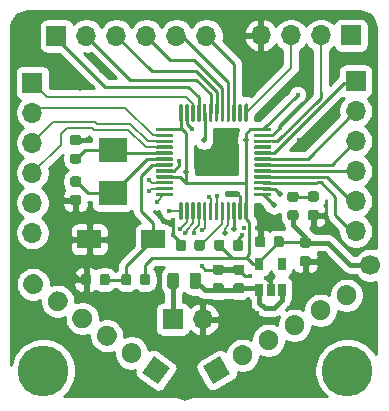
<source format=gbr>
%TF.GenerationSoftware,KiCad,Pcbnew,(5.1.6)-1*%
%TF.CreationDate,2020-11-24T16:57:48+08:00*%
%TF.ProjectId,BCG_mini_c8t6,4243475f-6d69-46e6-995f-633874362e6b,rev?*%
%TF.SameCoordinates,Original*%
%TF.FileFunction,Copper,L1,Top*%
%TF.FilePolarity,Positive*%
%FSLAX46Y46*%
G04 Gerber Fmt 4.6, Leading zero omitted, Abs format (unit mm)*
G04 Created by KiCad (PCBNEW (5.1.6)-1) date 2020-11-24 16:57:48*
%MOMM*%
%LPD*%
G01*
G04 APERTURE LIST*
%TA.AperFunction,ComponentPad*%
%ADD10O,1.700000X1.700000*%
%TD*%
%TA.AperFunction,ComponentPad*%
%ADD11R,1.700000X1.700000*%
%TD*%
%TA.AperFunction,ComponentPad*%
%ADD12C,0.100000*%
%TD*%
%TA.AperFunction,SMDPad,CuDef*%
%ADD13R,2.000000X1.600000*%
%TD*%
%TA.AperFunction,SMDPad,CuDef*%
%ADD14R,0.650000X1.060000*%
%TD*%
%TA.AperFunction,SMDPad,CuDef*%
%ADD15R,2.400000X2.000000*%
%TD*%
%TA.AperFunction,ViaPad*%
%ADD16C,4.300000*%
%TD*%
%TA.AperFunction,ViaPad*%
%ADD17C,1.700000*%
%TD*%
%TA.AperFunction,ViaPad*%
%ADD18C,0.381000*%
%TD*%
%TA.AperFunction,ViaPad*%
%ADD19C,0.800000*%
%TD*%
%TA.AperFunction,ViaPad*%
%ADD20C,0.508000*%
%TD*%
%TA.AperFunction,Conductor*%
%ADD21C,0.254000*%
%TD*%
%TA.AperFunction,Conductor*%
%ADD22C,0.381000*%
%TD*%
%TA.AperFunction,Conductor*%
%ADD23C,0.203200*%
%TD*%
G04 APERTURE END LIST*
D10*
%TO.P,J5,6*%
%TO.N,/PB14*%
X149961600Y-106781600D03*
%TO.P,J5,5*%
%TO.N,/PB15*%
X149961600Y-104241600D03*
%TO.P,J5,4*%
%TO.N,/PA8*%
X149961600Y-101701600D03*
%TO.P,J5,3*%
%TO.N,/PA9*%
X149961600Y-99161600D03*
%TO.P,J5,2*%
%TO.N,/PA10*%
X149961600Y-96621600D03*
D11*
%TO.P,J5,1*%
%TO.N,/PA11*%
X149961600Y-94081600D03*
%TD*%
%TO.P,C3,2*%
%TO.N,GND*%
%TA.AperFunction,SMDPad,CuDef*%
G36*
G01*
X127564400Y-110640150D02*
X127564400Y-111152650D01*
G75*
G02*
X127345650Y-111371400I-218750J0D01*
G01*
X126908150Y-111371400D01*
G75*
G02*
X126689400Y-111152650I0J218750D01*
G01*
X126689400Y-110640150D01*
G75*
G02*
X126908150Y-110421400I218750J0D01*
G01*
X127345650Y-110421400D01*
G75*
G02*
X127564400Y-110640150I0J-218750D01*
G01*
G37*
%TD.AperFunction*%
%TO.P,C3,1*%
%TO.N,/NRST*%
%TA.AperFunction,SMDPad,CuDef*%
G36*
G01*
X129139400Y-110640150D02*
X129139400Y-111152650D01*
G75*
G02*
X128920650Y-111371400I-218750J0D01*
G01*
X128483150Y-111371400D01*
G75*
G02*
X128264400Y-111152650I0J218750D01*
G01*
X128264400Y-110640150D01*
G75*
G02*
X128483150Y-110421400I218750J0D01*
G01*
X128920650Y-110421400D01*
G75*
G02*
X129139400Y-110640150I0J-218750D01*
G01*
G37*
%TD.AperFunction*%
%TD*%
%TO.P,C4,1*%
%TO.N,GND*%
%TA.AperFunction,SMDPad,CuDef*%
G36*
G01*
X140417000Y-107744550D02*
X140417000Y-108257050D01*
G75*
G02*
X140198250Y-108475800I-218750J0D01*
G01*
X139760750Y-108475800D01*
G75*
G02*
X139542000Y-108257050I0J218750D01*
G01*
X139542000Y-107744550D01*
G75*
G02*
X139760750Y-107525800I218750J0D01*
G01*
X140198250Y-107525800D01*
G75*
G02*
X140417000Y-107744550I0J-218750D01*
G01*
G37*
%TD.AperFunction*%
%TO.P,C4,2*%
%TO.N,+3V3*%
%TA.AperFunction,SMDPad,CuDef*%
G36*
G01*
X138842000Y-107744550D02*
X138842000Y-108257050D01*
G75*
G02*
X138623250Y-108475800I-218750J0D01*
G01*
X138185750Y-108475800D01*
G75*
G02*
X137967000Y-108257050I0J218750D01*
G01*
X137967000Y-107744550D01*
G75*
G02*
X138185750Y-107525800I218750J0D01*
G01*
X138623250Y-107525800D01*
G75*
G02*
X138842000Y-107744550I0J-218750D01*
G01*
G37*
%TD.AperFunction*%
%TD*%
%TO.P,C5,2*%
%TO.N,GND*%
%TA.AperFunction,SMDPad,CuDef*%
G36*
G01*
X126494250Y-99522800D02*
X125981750Y-99522800D01*
G75*
G02*
X125763000Y-99304050I0J218750D01*
G01*
X125763000Y-98866550D01*
G75*
G02*
X125981750Y-98647800I218750J0D01*
G01*
X126494250Y-98647800D01*
G75*
G02*
X126713000Y-98866550I0J-218750D01*
G01*
X126713000Y-99304050D01*
G75*
G02*
X126494250Y-99522800I-218750J0D01*
G01*
G37*
%TD.AperFunction*%
%TO.P,C5,1*%
%TO.N,Net-(C5-Pad1)*%
%TA.AperFunction,SMDPad,CuDef*%
G36*
G01*
X126494250Y-101097800D02*
X125981750Y-101097800D01*
G75*
G02*
X125763000Y-100879050I0J218750D01*
G01*
X125763000Y-100441550D01*
G75*
G02*
X125981750Y-100222800I218750J0D01*
G01*
X126494250Y-100222800D01*
G75*
G02*
X126713000Y-100441550I0J-218750D01*
G01*
X126713000Y-100879050D01*
G75*
G02*
X126494250Y-101097800I-218750J0D01*
G01*
G37*
%TD.AperFunction*%
%TD*%
%TO.P,C6,1*%
%TO.N,Net-(C6-Pad1)*%
%TA.AperFunction,SMDPad,CuDef*%
G36*
G01*
X125981750Y-102153000D02*
X126494250Y-102153000D01*
G75*
G02*
X126713000Y-102371750I0J-218750D01*
G01*
X126713000Y-102809250D01*
G75*
G02*
X126494250Y-103028000I-218750J0D01*
G01*
X125981750Y-103028000D01*
G75*
G02*
X125763000Y-102809250I0J218750D01*
G01*
X125763000Y-102371750D01*
G75*
G02*
X125981750Y-102153000I218750J0D01*
G01*
G37*
%TD.AperFunction*%
%TO.P,C6,2*%
%TO.N,GND*%
%TA.AperFunction,SMDPad,CuDef*%
G36*
G01*
X125981750Y-103728000D02*
X126494250Y-103728000D01*
G75*
G02*
X126713000Y-103946750I0J-218750D01*
G01*
X126713000Y-104384250D01*
G75*
G02*
X126494250Y-104603000I-218750J0D01*
G01*
X125981750Y-104603000D01*
G75*
G02*
X125763000Y-104384250I0J218750D01*
G01*
X125763000Y-103946750D01*
G75*
G02*
X125981750Y-103728000I218750J0D01*
G01*
G37*
%TD.AperFunction*%
%TD*%
%TO.P,C7,1*%
%TO.N,GND*%
%TA.AperFunction,SMDPad,CuDef*%
G36*
G01*
X139799350Y-109620600D02*
X140311850Y-109620600D01*
G75*
G02*
X140530600Y-109839350I0J-218750D01*
G01*
X140530600Y-110276850D01*
G75*
G02*
X140311850Y-110495600I-218750J0D01*
G01*
X139799350Y-110495600D01*
G75*
G02*
X139580600Y-110276850I0J218750D01*
G01*
X139580600Y-109839350D01*
G75*
G02*
X139799350Y-109620600I218750J0D01*
G01*
G37*
%TD.AperFunction*%
%TO.P,C7,2*%
%TO.N,+BATT*%
%TA.AperFunction,SMDPad,CuDef*%
G36*
G01*
X139799350Y-111195600D02*
X140311850Y-111195600D01*
G75*
G02*
X140530600Y-111414350I0J-218750D01*
G01*
X140530600Y-111851850D01*
G75*
G02*
X140311850Y-112070600I-218750J0D01*
G01*
X139799350Y-112070600D01*
G75*
G02*
X139580600Y-111851850I0J218750D01*
G01*
X139580600Y-111414350D01*
G75*
G02*
X139799350Y-111195600I218750J0D01*
G01*
G37*
%TD.AperFunction*%
%TD*%
%TO.P,C8,2*%
%TO.N,+BATT*%
%TA.AperFunction,SMDPad,CuDef*%
G36*
G01*
X138072150Y-111195600D02*
X138584650Y-111195600D01*
G75*
G02*
X138803400Y-111414350I0J-218750D01*
G01*
X138803400Y-111851850D01*
G75*
G02*
X138584650Y-112070600I-218750J0D01*
G01*
X138072150Y-112070600D01*
G75*
G02*
X137853400Y-111851850I0J218750D01*
G01*
X137853400Y-111414350D01*
G75*
G02*
X138072150Y-111195600I218750J0D01*
G01*
G37*
%TD.AperFunction*%
%TO.P,C8,1*%
%TO.N,GND*%
%TA.AperFunction,SMDPad,CuDef*%
G36*
G01*
X138072150Y-109620600D02*
X138584650Y-109620600D01*
G75*
G02*
X138803400Y-109839350I0J-218750D01*
G01*
X138803400Y-110276850D01*
G75*
G02*
X138584650Y-110495600I-218750J0D01*
G01*
X138072150Y-110495600D01*
G75*
G02*
X137853400Y-110276850I0J218750D01*
G01*
X137853400Y-109839350D01*
G75*
G02*
X138072150Y-109620600I218750J0D01*
G01*
G37*
%TD.AperFunction*%
%TD*%
%TO.P,C9,2*%
%TO.N,+3V3*%
%TA.AperFunction,SMDPad,CuDef*%
G36*
G01*
X142996400Y-107952250D02*
X142996400Y-107439750D01*
G75*
G02*
X143215150Y-107221000I218750J0D01*
G01*
X143652650Y-107221000D01*
G75*
G02*
X143871400Y-107439750I0J-218750D01*
G01*
X143871400Y-107952250D01*
G75*
G02*
X143652650Y-108171000I-218750J0D01*
G01*
X143215150Y-108171000D01*
G75*
G02*
X142996400Y-107952250I0J218750D01*
G01*
G37*
%TD.AperFunction*%
%TO.P,C9,1*%
%TO.N,GND*%
%TA.AperFunction,SMDPad,CuDef*%
G36*
G01*
X141421400Y-107952250D02*
X141421400Y-107439750D01*
G75*
G02*
X141640150Y-107221000I218750J0D01*
G01*
X142077650Y-107221000D01*
G75*
G02*
X142296400Y-107439750I0J-218750D01*
G01*
X142296400Y-107952250D01*
G75*
G02*
X142077650Y-108171000I-218750J0D01*
G01*
X141640150Y-108171000D01*
G75*
G02*
X141421400Y-107952250I0J218750D01*
G01*
G37*
%TD.AperFunction*%
%TD*%
%TO.P,C10,1*%
%TO.N,GND*%
%TA.AperFunction,SMDPad,CuDef*%
G36*
G01*
X145950650Y-109784600D02*
X145438150Y-109784600D01*
G75*
G02*
X145219400Y-109565850I0J218750D01*
G01*
X145219400Y-109128350D01*
G75*
G02*
X145438150Y-108909600I218750J0D01*
G01*
X145950650Y-108909600D01*
G75*
G02*
X146169400Y-109128350I0J-218750D01*
G01*
X146169400Y-109565850D01*
G75*
G02*
X145950650Y-109784600I-218750J0D01*
G01*
G37*
%TD.AperFunction*%
%TO.P,C10,2*%
%TO.N,+3V3*%
%TA.AperFunction,SMDPad,CuDef*%
G36*
G01*
X145950650Y-108209600D02*
X145438150Y-108209600D01*
G75*
G02*
X145219400Y-107990850I0J218750D01*
G01*
X145219400Y-107553350D01*
G75*
G02*
X145438150Y-107334600I218750J0D01*
G01*
X145950650Y-107334600D01*
G75*
G02*
X146169400Y-107553350I0J-218750D01*
G01*
X146169400Y-107990850D01*
G75*
G02*
X145950650Y-108209600I-218750J0D01*
G01*
G37*
%TD.AperFunction*%
%TD*%
%TO.P,D1,1*%
%TO.N,GND*%
%TA.AperFunction,SMDPad,CuDef*%
G36*
G01*
X146611050Y-105873000D02*
X146098550Y-105873000D01*
G75*
G02*
X145879800Y-105654250I0J218750D01*
G01*
X145879800Y-105216750D01*
G75*
G02*
X146098550Y-104998000I218750J0D01*
G01*
X146611050Y-104998000D01*
G75*
G02*
X146829800Y-105216750I0J-218750D01*
G01*
X146829800Y-105654250D01*
G75*
G02*
X146611050Y-105873000I-218750J0D01*
G01*
G37*
%TD.AperFunction*%
%TO.P,D1,2*%
%TO.N,Net-(D1-Pad2)*%
%TA.AperFunction,SMDPad,CuDef*%
G36*
G01*
X146611050Y-104298000D02*
X146098550Y-104298000D01*
G75*
G02*
X145879800Y-104079250I0J218750D01*
G01*
X145879800Y-103641750D01*
G75*
G02*
X146098550Y-103423000I218750J0D01*
G01*
X146611050Y-103423000D01*
G75*
G02*
X146829800Y-103641750I0J-218750D01*
G01*
X146829800Y-104079250D01*
G75*
G02*
X146611050Y-104298000I-218750J0D01*
G01*
G37*
%TD.AperFunction*%
%TD*%
%TO.P,F1,1*%
%TO.N,+BATT*%
%TA.AperFunction,SMDPad,CuDef*%
G36*
G01*
X136857800Y-110541750D02*
X136857800Y-111454250D01*
G75*
G02*
X136614050Y-111698000I-243750J0D01*
G01*
X136126550Y-111698000D01*
G75*
G02*
X135882800Y-111454250I0J243750D01*
G01*
X135882800Y-110541750D01*
G75*
G02*
X136126550Y-110298000I243750J0D01*
G01*
X136614050Y-110298000D01*
G75*
G02*
X136857800Y-110541750I0J-243750D01*
G01*
G37*
%TD.AperFunction*%
%TO.P,F1,2*%
%TO.N,Net-(F1-Pad2)*%
%TA.AperFunction,SMDPad,CuDef*%
G36*
G01*
X134982800Y-110541750D02*
X134982800Y-111454250D01*
G75*
G02*
X134739050Y-111698000I-243750J0D01*
G01*
X134251550Y-111698000D01*
G75*
G02*
X134007800Y-111454250I0J243750D01*
G01*
X134007800Y-110541750D01*
G75*
G02*
X134251550Y-110298000I243750J0D01*
G01*
X134739050Y-110298000D01*
G75*
G02*
X134982800Y-110541750I0J-243750D01*
G01*
G37*
%TD.AperFunction*%
%TD*%
%TO.P,J1,1*%
%TO.N,+3V3*%
X149555200Y-90220800D03*
D10*
%TO.P,J1,2*%
%TO.N,/SWO*%
X147015200Y-90220800D03*
%TO.P,J1,3*%
%TO.N,/SWCLK*%
X144475200Y-90220800D03*
%TO.P,J1,4*%
%TO.N,GND*%
X141935200Y-90220800D03*
%TD*%
%TO.P,J2,6*%
%TO.N,/PA1*%
X122580400Y-106934000D03*
%TO.P,J2,5*%
%TO.N,/PA0*%
X122580400Y-104394000D03*
%TO.P,J2,4*%
%TO.N,/PC15*%
X122580400Y-101854000D03*
%TO.P,J2,3*%
%TO.N,/PC14*%
X122580400Y-99314000D03*
%TO.P,J2,2*%
%TO.N,/PC13*%
X122580400Y-96774000D03*
D11*
%TO.P,J2,1*%
%TO.N,/PB9*%
X122580400Y-94234000D03*
%TD*%
%TA.AperFunction,ComponentPad*%
D12*
%TO.P,J3,1*%
%TO.N,/PB0*%
G36*
X139337122Y-118878322D02*
G01*
X137864878Y-119728322D01*
X137014878Y-118256078D01*
X138487122Y-117406078D01*
X139337122Y-118878322D01*
G37*
%TD.AperFunction*%
%TO.P,J3,2*%
%TO.N,/PB1*%
%TA.AperFunction,ComponentPad*%
G36*
G01*
X140800705Y-118033322D02*
X140800705Y-118033322D01*
G75*
G02*
X139639583Y-117722200I-425000J736122D01*
G01*
X139639583Y-117722200D01*
G75*
G02*
X139950705Y-116561078I736122J425000D01*
G01*
X139950705Y-116561078D01*
G75*
G02*
X141111827Y-116872200I425000J-736122D01*
G01*
X141111827Y-116872200D01*
G75*
G02*
X140800705Y-118033322I-736122J-425000D01*
G01*
G37*
%TD.AperFunction*%
%TO.P,J3,3*%
%TO.N,/PB10*%
%TA.AperFunction,ComponentPad*%
G36*
G01*
X143000409Y-116763322D02*
X143000409Y-116763322D01*
G75*
G02*
X141839287Y-116452200I-425000J736122D01*
G01*
X141839287Y-116452200D01*
G75*
G02*
X142150409Y-115291078I736122J425000D01*
G01*
X142150409Y-115291078D01*
G75*
G02*
X143311531Y-115602200I425000J-736122D01*
G01*
X143311531Y-115602200D01*
G75*
G02*
X143000409Y-116763322I-736122J-425000D01*
G01*
G37*
%TD.AperFunction*%
%TO.P,J3,4*%
%TO.N,/PB11*%
%TA.AperFunction,ComponentPad*%
G36*
G01*
X145200114Y-115493322D02*
X145200114Y-115493322D01*
G75*
G02*
X144038992Y-115182200I-425000J736122D01*
G01*
X144038992Y-115182200D01*
G75*
G02*
X144350114Y-114021078I736122J425000D01*
G01*
X144350114Y-114021078D01*
G75*
G02*
X145511236Y-114332200I425000J-736122D01*
G01*
X145511236Y-114332200D01*
G75*
G02*
X145200114Y-115493322I-736122J-425000D01*
G01*
G37*
%TD.AperFunction*%
%TO.P,J3,5*%
%TO.N,/PB12*%
%TA.AperFunction,ComponentPad*%
G36*
G01*
X147399818Y-114223322D02*
X147399818Y-114223322D01*
G75*
G02*
X146238696Y-113912200I-425000J736122D01*
G01*
X146238696Y-113912200D01*
G75*
G02*
X146549818Y-112751078I736122J425000D01*
G01*
X146549818Y-112751078D01*
G75*
G02*
X147710940Y-113062200I425000J-736122D01*
G01*
X147710940Y-113062200D01*
G75*
G02*
X147399818Y-114223322I-736122J-425000D01*
G01*
G37*
%TD.AperFunction*%
%TO.P,J3,6*%
%TO.N,/PB13*%
%TA.AperFunction,ComponentPad*%
G36*
G01*
X149599523Y-112953322D02*
X149599523Y-112953322D01*
G75*
G02*
X148438401Y-112642200I-425000J736122D01*
G01*
X148438401Y-112642200D01*
G75*
G02*
X148749523Y-111481078I736122J425000D01*
G01*
X148749523Y-111481078D01*
G75*
G02*
X149910645Y-111792200I425000J-736122D01*
G01*
X149910645Y-111792200D01*
G75*
G02*
X149599523Y-112953322I-736122J-425000D01*
G01*
G37*
%TD.AperFunction*%
%TD*%
%TA.AperFunction,ComponentPad*%
%TO.P,J4,1*%
%TO.N,/PA7*%
G36*
X132836461Y-117383381D02*
G01*
X134229019Y-118358461D01*
X133253939Y-119751019D01*
X131861381Y-118775939D01*
X132836461Y-117383381D01*
G37*
%TD.AperFunction*%
%TO.P,J4,2*%
%TO.N,/PA6*%
%TA.AperFunction,ComponentPad*%
G36*
G01*
X131452094Y-116414037D02*
X131452094Y-116414037D01*
G75*
G02*
X131660833Y-117597856I-487540J-696279D01*
G01*
X131660833Y-117597856D01*
G75*
G02*
X130477014Y-117806595I-696279J487540D01*
G01*
X130477014Y-117806595D01*
G75*
G02*
X130268275Y-116622776I487540J696279D01*
G01*
X130268275Y-116622776D01*
G75*
G02*
X131452094Y-116414037I696279J-487540D01*
G01*
G37*
%TD.AperFunction*%
%TO.P,J4,3*%
%TO.N,/PA5*%
%TA.AperFunction,ComponentPad*%
G36*
G01*
X129371448Y-114957153D02*
X129371448Y-114957153D01*
G75*
G02*
X129580187Y-116140972I-487540J-696279D01*
G01*
X129580187Y-116140972D01*
G75*
G02*
X128396368Y-116349711I-696279J487540D01*
G01*
X128396368Y-116349711D01*
G75*
G02*
X128187629Y-115165892I487540J696279D01*
G01*
X128187629Y-115165892D01*
G75*
G02*
X129371448Y-114957153I696279J-487540D01*
G01*
G37*
%TD.AperFunction*%
%TO.P,J4,4*%
%TO.N,/PA4*%
%TA.AperFunction,ComponentPad*%
G36*
G01*
X127290801Y-113500269D02*
X127290801Y-113500269D01*
G75*
G02*
X127499540Y-114684088I-487540J-696279D01*
G01*
X127499540Y-114684088D01*
G75*
G02*
X126315721Y-114892827I-696279J487540D01*
G01*
X126315721Y-114892827D01*
G75*
G02*
X126106982Y-113709008I487540J696279D01*
G01*
X126106982Y-113709008D01*
G75*
G02*
X127290801Y-113500269I696279J-487540D01*
G01*
G37*
%TD.AperFunction*%
%TO.P,J4,5*%
%TO.N,/PA3*%
%TA.AperFunction,ComponentPad*%
G36*
G01*
X125210155Y-112043384D02*
X125210155Y-112043384D01*
G75*
G02*
X125418894Y-113227203I-487540J-696279D01*
G01*
X125418894Y-113227203D01*
G75*
G02*
X124235075Y-113435942I-696279J487540D01*
G01*
X124235075Y-113435942D01*
G75*
G02*
X124026336Y-112252123I487540J696279D01*
G01*
X124026336Y-112252123D01*
G75*
G02*
X125210155Y-112043384I696279J-487540D01*
G01*
G37*
%TD.AperFunction*%
%TO.P,J4,6*%
%TO.N,/PA2*%
%TA.AperFunction,ComponentPad*%
G36*
G01*
X123129509Y-110586500D02*
X123129509Y-110586500D01*
G75*
G02*
X123338248Y-111770319I-487540J-696279D01*
G01*
X123338248Y-111770319D01*
G75*
G02*
X122154429Y-111979058I-696279J487540D01*
G01*
X122154429Y-111979058D01*
G75*
G02*
X121945690Y-110795239I487540J696279D01*
G01*
X121945690Y-110795239D01*
G75*
G02*
X123129509Y-110586500I696279J-487540D01*
G01*
G37*
%TD.AperFunction*%
%TD*%
D11*
%TO.P,J6,1*%
%TO.N,/PB8*%
X124612400Y-90271600D03*
D10*
%TO.P,J6,2*%
%TO.N,/PB7*%
X127152400Y-90271600D03*
%TO.P,J6,3*%
%TO.N,/PB6*%
X129692400Y-90271600D03*
%TO.P,J6,4*%
%TO.N,/PB5*%
X132232400Y-90271600D03*
%TO.P,J6,5*%
%TO.N,/PB4*%
X134772400Y-90271600D03*
%TO.P,J6,6*%
%TO.N,/PB3*%
X137312400Y-90271600D03*
%TD*%
D11*
%TO.P,J7,1*%
%TO.N,Net-(F1-Pad2)*%
X134467600Y-114249200D03*
D10*
%TO.P,J7,2*%
%TO.N,GND*%
X137007600Y-114249200D03*
%TD*%
%TO.P,R1,1*%
%TO.N,/NRST*%
%TA.AperFunction,SMDPad,CuDef*%
G36*
G01*
X130093000Y-111152650D02*
X130093000Y-110640150D01*
G75*
G02*
X130311750Y-110421400I218750J0D01*
G01*
X130749250Y-110421400D01*
G75*
G02*
X130968000Y-110640150I0J-218750D01*
G01*
X130968000Y-111152650D01*
G75*
G02*
X130749250Y-111371400I-218750J0D01*
G01*
X130311750Y-111371400D01*
G75*
G02*
X130093000Y-111152650I0J218750D01*
G01*
G37*
%TD.AperFunction*%
%TO.P,R1,2*%
%TO.N,+3V3*%
%TA.AperFunction,SMDPad,CuDef*%
G36*
G01*
X131668000Y-111152650D02*
X131668000Y-110640150D01*
G75*
G02*
X131886750Y-110421400I218750J0D01*
G01*
X132324250Y-110421400D01*
G75*
G02*
X132543000Y-110640150I0J-218750D01*
G01*
X132543000Y-111152650D01*
G75*
G02*
X132324250Y-111371400I-218750J0D01*
G01*
X131886750Y-111371400D01*
G75*
G02*
X131668000Y-111152650I0J218750D01*
G01*
G37*
%TD.AperFunction*%
%TD*%
%TO.P,R3,2*%
%TO.N,GND*%
%TA.AperFunction,SMDPad,CuDef*%
G36*
G01*
X135590800Y-107744550D02*
X135590800Y-108257050D01*
G75*
G02*
X135372050Y-108475800I-218750J0D01*
G01*
X134934550Y-108475800D01*
G75*
G02*
X134715800Y-108257050I0J218750D01*
G01*
X134715800Y-107744550D01*
G75*
G02*
X134934550Y-107525800I218750J0D01*
G01*
X135372050Y-107525800D01*
G75*
G02*
X135590800Y-107744550I0J-218750D01*
G01*
G37*
%TD.AperFunction*%
%TO.P,R3,1*%
%TO.N,/BOOT1*%
%TA.AperFunction,SMDPad,CuDef*%
G36*
G01*
X137165800Y-107744550D02*
X137165800Y-108257050D01*
G75*
G02*
X136947050Y-108475800I-218750J0D01*
G01*
X136509550Y-108475800D01*
G75*
G02*
X136290800Y-108257050I0J218750D01*
G01*
X136290800Y-107744550D01*
G75*
G02*
X136509550Y-107525800I218750J0D01*
G01*
X136947050Y-107525800D01*
G75*
G02*
X137165800Y-107744550I0J-218750D01*
G01*
G37*
%TD.AperFunction*%
%TD*%
%TO.P,R4,1*%
%TO.N,+3V3*%
%TA.AperFunction,SMDPad,CuDef*%
G36*
G01*
X144898451Y-105890799D02*
X144385951Y-105890799D01*
G75*
G02*
X144167201Y-105672049I0J218750D01*
G01*
X144167201Y-105234549D01*
G75*
G02*
X144385951Y-105015799I218750J0D01*
G01*
X144898451Y-105015799D01*
G75*
G02*
X145117201Y-105234549I0J-218750D01*
G01*
X145117201Y-105672049D01*
G75*
G02*
X144898451Y-105890799I-218750J0D01*
G01*
G37*
%TD.AperFunction*%
%TO.P,R4,2*%
%TO.N,Net-(D1-Pad2)*%
%TA.AperFunction,SMDPad,CuDef*%
G36*
G01*
X144898451Y-104315799D02*
X144385951Y-104315799D01*
G75*
G02*
X144167201Y-104097049I0J218750D01*
G01*
X144167201Y-103659549D01*
G75*
G02*
X144385951Y-103440799I218750J0D01*
G01*
X144898451Y-103440799D01*
G75*
G02*
X145117201Y-103659549I0J-218750D01*
G01*
X145117201Y-104097049D01*
G75*
G02*
X144898451Y-104315799I-218750J0D01*
G01*
G37*
%TD.AperFunction*%
%TD*%
D13*
%TO.P,SW1,2*%
%TO.N,/NRST*%
X132798800Y-107492800D03*
%TO.P,SW1,1*%
%TO.N,GND*%
X127398800Y-107492800D03*
%TD*%
%TO.P,U1,1*%
%TO.N,+3V3*%
%TA.AperFunction,SMDPad,CuDef*%
G36*
G01*
X133022000Y-98264600D02*
X133022000Y-98114600D01*
G75*
G02*
X133097000Y-98039600I75000J0D01*
G01*
X134422000Y-98039600D01*
G75*
G02*
X134497000Y-98114600I0J-75000D01*
G01*
X134497000Y-98264600D01*
G75*
G02*
X134422000Y-98339600I-75000J0D01*
G01*
X133097000Y-98339600D01*
G75*
G02*
X133022000Y-98264600I0J75000D01*
G01*
G37*
%TD.AperFunction*%
%TO.P,U1,2*%
%TO.N,/PC13*%
%TA.AperFunction,SMDPad,CuDef*%
G36*
G01*
X133022000Y-98764600D02*
X133022000Y-98614600D01*
G75*
G02*
X133097000Y-98539600I75000J0D01*
G01*
X134422000Y-98539600D01*
G75*
G02*
X134497000Y-98614600I0J-75000D01*
G01*
X134497000Y-98764600D01*
G75*
G02*
X134422000Y-98839600I-75000J0D01*
G01*
X133097000Y-98839600D01*
G75*
G02*
X133022000Y-98764600I0J75000D01*
G01*
G37*
%TD.AperFunction*%
%TO.P,U1,3*%
%TO.N,/PC14*%
%TA.AperFunction,SMDPad,CuDef*%
G36*
G01*
X133022000Y-99264600D02*
X133022000Y-99114600D01*
G75*
G02*
X133097000Y-99039600I75000J0D01*
G01*
X134422000Y-99039600D01*
G75*
G02*
X134497000Y-99114600I0J-75000D01*
G01*
X134497000Y-99264600D01*
G75*
G02*
X134422000Y-99339600I-75000J0D01*
G01*
X133097000Y-99339600D01*
G75*
G02*
X133022000Y-99264600I0J75000D01*
G01*
G37*
%TD.AperFunction*%
%TO.P,U1,4*%
%TO.N,/PC15*%
%TA.AperFunction,SMDPad,CuDef*%
G36*
G01*
X133022000Y-99764600D02*
X133022000Y-99614600D01*
G75*
G02*
X133097000Y-99539600I75000J0D01*
G01*
X134422000Y-99539600D01*
G75*
G02*
X134497000Y-99614600I0J-75000D01*
G01*
X134497000Y-99764600D01*
G75*
G02*
X134422000Y-99839600I-75000J0D01*
G01*
X133097000Y-99839600D01*
G75*
G02*
X133022000Y-99764600I0J75000D01*
G01*
G37*
%TD.AperFunction*%
%TO.P,U1,5*%
%TO.N,Net-(C5-Pad1)*%
%TA.AperFunction,SMDPad,CuDef*%
G36*
G01*
X133022000Y-100264600D02*
X133022000Y-100114600D01*
G75*
G02*
X133097000Y-100039600I75000J0D01*
G01*
X134422000Y-100039600D01*
G75*
G02*
X134497000Y-100114600I0J-75000D01*
G01*
X134497000Y-100264600D01*
G75*
G02*
X134422000Y-100339600I-75000J0D01*
G01*
X133097000Y-100339600D01*
G75*
G02*
X133022000Y-100264600I0J75000D01*
G01*
G37*
%TD.AperFunction*%
%TO.P,U1,6*%
%TO.N,Net-(C6-Pad1)*%
%TA.AperFunction,SMDPad,CuDef*%
G36*
G01*
X133022000Y-100764600D02*
X133022000Y-100614600D01*
G75*
G02*
X133097000Y-100539600I75000J0D01*
G01*
X134422000Y-100539600D01*
G75*
G02*
X134497000Y-100614600I0J-75000D01*
G01*
X134497000Y-100764600D01*
G75*
G02*
X134422000Y-100839600I-75000J0D01*
G01*
X133097000Y-100839600D01*
G75*
G02*
X133022000Y-100764600I0J75000D01*
G01*
G37*
%TD.AperFunction*%
%TO.P,U1,7*%
%TO.N,/NRST*%
%TA.AperFunction,SMDPad,CuDef*%
G36*
G01*
X133022000Y-101264600D02*
X133022000Y-101114600D01*
G75*
G02*
X133097000Y-101039600I75000J0D01*
G01*
X134422000Y-101039600D01*
G75*
G02*
X134497000Y-101114600I0J-75000D01*
G01*
X134497000Y-101264600D01*
G75*
G02*
X134422000Y-101339600I-75000J0D01*
G01*
X133097000Y-101339600D01*
G75*
G02*
X133022000Y-101264600I0J75000D01*
G01*
G37*
%TD.AperFunction*%
%TO.P,U1,8*%
%TO.N,GND*%
%TA.AperFunction,SMDPad,CuDef*%
G36*
G01*
X133022000Y-101764600D02*
X133022000Y-101614600D01*
G75*
G02*
X133097000Y-101539600I75000J0D01*
G01*
X134422000Y-101539600D01*
G75*
G02*
X134497000Y-101614600I0J-75000D01*
G01*
X134497000Y-101764600D01*
G75*
G02*
X134422000Y-101839600I-75000J0D01*
G01*
X133097000Y-101839600D01*
G75*
G02*
X133022000Y-101764600I0J75000D01*
G01*
G37*
%TD.AperFunction*%
%TO.P,U1,9*%
%TO.N,+3V3*%
%TA.AperFunction,SMDPad,CuDef*%
G36*
G01*
X133022000Y-102264600D02*
X133022000Y-102114600D01*
G75*
G02*
X133097000Y-102039600I75000J0D01*
G01*
X134422000Y-102039600D01*
G75*
G02*
X134497000Y-102114600I0J-75000D01*
G01*
X134497000Y-102264600D01*
G75*
G02*
X134422000Y-102339600I-75000J0D01*
G01*
X133097000Y-102339600D01*
G75*
G02*
X133022000Y-102264600I0J75000D01*
G01*
G37*
%TD.AperFunction*%
%TO.P,U1,10*%
%TO.N,/PA0*%
%TA.AperFunction,SMDPad,CuDef*%
G36*
G01*
X133022000Y-102764600D02*
X133022000Y-102614600D01*
G75*
G02*
X133097000Y-102539600I75000J0D01*
G01*
X134422000Y-102539600D01*
G75*
G02*
X134497000Y-102614600I0J-75000D01*
G01*
X134497000Y-102764600D01*
G75*
G02*
X134422000Y-102839600I-75000J0D01*
G01*
X133097000Y-102839600D01*
G75*
G02*
X133022000Y-102764600I0J75000D01*
G01*
G37*
%TD.AperFunction*%
%TO.P,U1,11*%
%TO.N,/PA1*%
%TA.AperFunction,SMDPad,CuDef*%
G36*
G01*
X133022000Y-103264600D02*
X133022000Y-103114600D01*
G75*
G02*
X133097000Y-103039600I75000J0D01*
G01*
X134422000Y-103039600D01*
G75*
G02*
X134497000Y-103114600I0J-75000D01*
G01*
X134497000Y-103264600D01*
G75*
G02*
X134422000Y-103339600I-75000J0D01*
G01*
X133097000Y-103339600D01*
G75*
G02*
X133022000Y-103264600I0J75000D01*
G01*
G37*
%TD.AperFunction*%
%TO.P,U1,12*%
%TO.N,/PA2*%
%TA.AperFunction,SMDPad,CuDef*%
G36*
G01*
X133022000Y-103764600D02*
X133022000Y-103614600D01*
G75*
G02*
X133097000Y-103539600I75000J0D01*
G01*
X134422000Y-103539600D01*
G75*
G02*
X134497000Y-103614600I0J-75000D01*
G01*
X134497000Y-103764600D01*
G75*
G02*
X134422000Y-103839600I-75000J0D01*
G01*
X133097000Y-103839600D01*
G75*
G02*
X133022000Y-103764600I0J75000D01*
G01*
G37*
%TD.AperFunction*%
%TO.P,U1,13*%
%TO.N,/PA3*%
%TA.AperFunction,SMDPad,CuDef*%
G36*
G01*
X135022000Y-105764600D02*
X135022000Y-104439600D01*
G75*
G02*
X135097000Y-104364600I75000J0D01*
G01*
X135247000Y-104364600D01*
G75*
G02*
X135322000Y-104439600I0J-75000D01*
G01*
X135322000Y-105764600D01*
G75*
G02*
X135247000Y-105839600I-75000J0D01*
G01*
X135097000Y-105839600D01*
G75*
G02*
X135022000Y-105764600I0J75000D01*
G01*
G37*
%TD.AperFunction*%
%TO.P,U1,14*%
%TO.N,/PA4*%
%TA.AperFunction,SMDPad,CuDef*%
G36*
G01*
X135522000Y-105764600D02*
X135522000Y-104439600D01*
G75*
G02*
X135597000Y-104364600I75000J0D01*
G01*
X135747000Y-104364600D01*
G75*
G02*
X135822000Y-104439600I0J-75000D01*
G01*
X135822000Y-105764600D01*
G75*
G02*
X135747000Y-105839600I-75000J0D01*
G01*
X135597000Y-105839600D01*
G75*
G02*
X135522000Y-105764600I0J75000D01*
G01*
G37*
%TD.AperFunction*%
%TO.P,U1,15*%
%TO.N,/PA5*%
%TA.AperFunction,SMDPad,CuDef*%
G36*
G01*
X136022000Y-105764600D02*
X136022000Y-104439600D01*
G75*
G02*
X136097000Y-104364600I75000J0D01*
G01*
X136247000Y-104364600D01*
G75*
G02*
X136322000Y-104439600I0J-75000D01*
G01*
X136322000Y-105764600D01*
G75*
G02*
X136247000Y-105839600I-75000J0D01*
G01*
X136097000Y-105839600D01*
G75*
G02*
X136022000Y-105764600I0J75000D01*
G01*
G37*
%TD.AperFunction*%
%TO.P,U1,16*%
%TO.N,/PA6*%
%TA.AperFunction,SMDPad,CuDef*%
G36*
G01*
X136522000Y-105764600D02*
X136522000Y-104439600D01*
G75*
G02*
X136597000Y-104364600I75000J0D01*
G01*
X136747000Y-104364600D01*
G75*
G02*
X136822000Y-104439600I0J-75000D01*
G01*
X136822000Y-105764600D01*
G75*
G02*
X136747000Y-105839600I-75000J0D01*
G01*
X136597000Y-105839600D01*
G75*
G02*
X136522000Y-105764600I0J75000D01*
G01*
G37*
%TD.AperFunction*%
%TO.P,U1,17*%
%TO.N,/PA7*%
%TA.AperFunction,SMDPad,CuDef*%
G36*
G01*
X137022000Y-105764600D02*
X137022000Y-104439600D01*
G75*
G02*
X137097000Y-104364600I75000J0D01*
G01*
X137247000Y-104364600D01*
G75*
G02*
X137322000Y-104439600I0J-75000D01*
G01*
X137322000Y-105764600D01*
G75*
G02*
X137247000Y-105839600I-75000J0D01*
G01*
X137097000Y-105839600D01*
G75*
G02*
X137022000Y-105764600I0J75000D01*
G01*
G37*
%TD.AperFunction*%
%TO.P,U1,18*%
%TO.N,/PB0*%
%TA.AperFunction,SMDPad,CuDef*%
G36*
G01*
X137522000Y-105764600D02*
X137522000Y-104439600D01*
G75*
G02*
X137597000Y-104364600I75000J0D01*
G01*
X137747000Y-104364600D01*
G75*
G02*
X137822000Y-104439600I0J-75000D01*
G01*
X137822000Y-105764600D01*
G75*
G02*
X137747000Y-105839600I-75000J0D01*
G01*
X137597000Y-105839600D01*
G75*
G02*
X137522000Y-105764600I0J75000D01*
G01*
G37*
%TD.AperFunction*%
%TO.P,U1,19*%
%TO.N,/PB1*%
%TA.AperFunction,SMDPad,CuDef*%
G36*
G01*
X138022000Y-105764600D02*
X138022000Y-104439600D01*
G75*
G02*
X138097000Y-104364600I75000J0D01*
G01*
X138247000Y-104364600D01*
G75*
G02*
X138322000Y-104439600I0J-75000D01*
G01*
X138322000Y-105764600D01*
G75*
G02*
X138247000Y-105839600I-75000J0D01*
G01*
X138097000Y-105839600D01*
G75*
G02*
X138022000Y-105764600I0J75000D01*
G01*
G37*
%TD.AperFunction*%
%TO.P,U1,20*%
%TO.N,/BOOT1*%
%TA.AperFunction,SMDPad,CuDef*%
G36*
G01*
X138522000Y-105764600D02*
X138522000Y-104439600D01*
G75*
G02*
X138597000Y-104364600I75000J0D01*
G01*
X138747000Y-104364600D01*
G75*
G02*
X138822000Y-104439600I0J-75000D01*
G01*
X138822000Y-105764600D01*
G75*
G02*
X138747000Y-105839600I-75000J0D01*
G01*
X138597000Y-105839600D01*
G75*
G02*
X138522000Y-105764600I0J75000D01*
G01*
G37*
%TD.AperFunction*%
%TO.P,U1,21*%
%TO.N,/PB10*%
%TA.AperFunction,SMDPad,CuDef*%
G36*
G01*
X139022000Y-105764600D02*
X139022000Y-104439600D01*
G75*
G02*
X139097000Y-104364600I75000J0D01*
G01*
X139247000Y-104364600D01*
G75*
G02*
X139322000Y-104439600I0J-75000D01*
G01*
X139322000Y-105764600D01*
G75*
G02*
X139247000Y-105839600I-75000J0D01*
G01*
X139097000Y-105839600D01*
G75*
G02*
X139022000Y-105764600I0J75000D01*
G01*
G37*
%TD.AperFunction*%
%TO.P,U1,22*%
%TO.N,/PB11*%
%TA.AperFunction,SMDPad,CuDef*%
G36*
G01*
X139522000Y-105764600D02*
X139522000Y-104439600D01*
G75*
G02*
X139597000Y-104364600I75000J0D01*
G01*
X139747000Y-104364600D01*
G75*
G02*
X139822000Y-104439600I0J-75000D01*
G01*
X139822000Y-105764600D01*
G75*
G02*
X139747000Y-105839600I-75000J0D01*
G01*
X139597000Y-105839600D01*
G75*
G02*
X139522000Y-105764600I0J75000D01*
G01*
G37*
%TD.AperFunction*%
%TO.P,U1,23*%
%TO.N,GND*%
%TA.AperFunction,SMDPad,CuDef*%
G36*
G01*
X140022000Y-105764600D02*
X140022000Y-104439600D01*
G75*
G02*
X140097000Y-104364600I75000J0D01*
G01*
X140247000Y-104364600D01*
G75*
G02*
X140322000Y-104439600I0J-75000D01*
G01*
X140322000Y-105764600D01*
G75*
G02*
X140247000Y-105839600I-75000J0D01*
G01*
X140097000Y-105839600D01*
G75*
G02*
X140022000Y-105764600I0J75000D01*
G01*
G37*
%TD.AperFunction*%
%TO.P,U1,24*%
%TO.N,+3V3*%
%TA.AperFunction,SMDPad,CuDef*%
G36*
G01*
X140522000Y-105764600D02*
X140522000Y-104439600D01*
G75*
G02*
X140597000Y-104364600I75000J0D01*
G01*
X140747000Y-104364600D01*
G75*
G02*
X140822000Y-104439600I0J-75000D01*
G01*
X140822000Y-105764600D01*
G75*
G02*
X140747000Y-105839600I-75000J0D01*
G01*
X140597000Y-105839600D01*
G75*
G02*
X140522000Y-105764600I0J75000D01*
G01*
G37*
%TD.AperFunction*%
%TO.P,U1,25*%
%TO.N,/PB12*%
%TA.AperFunction,SMDPad,CuDef*%
G36*
G01*
X141347000Y-103764600D02*
X141347000Y-103614600D01*
G75*
G02*
X141422000Y-103539600I75000J0D01*
G01*
X142747000Y-103539600D01*
G75*
G02*
X142822000Y-103614600I0J-75000D01*
G01*
X142822000Y-103764600D01*
G75*
G02*
X142747000Y-103839600I-75000J0D01*
G01*
X141422000Y-103839600D01*
G75*
G02*
X141347000Y-103764600I0J75000D01*
G01*
G37*
%TD.AperFunction*%
%TO.P,U1,26*%
%TO.N,/PB13*%
%TA.AperFunction,SMDPad,CuDef*%
G36*
G01*
X141347000Y-103264600D02*
X141347000Y-103114600D01*
G75*
G02*
X141422000Y-103039600I75000J0D01*
G01*
X142747000Y-103039600D01*
G75*
G02*
X142822000Y-103114600I0J-75000D01*
G01*
X142822000Y-103264600D01*
G75*
G02*
X142747000Y-103339600I-75000J0D01*
G01*
X141422000Y-103339600D01*
G75*
G02*
X141347000Y-103264600I0J75000D01*
G01*
G37*
%TD.AperFunction*%
%TO.P,U1,27*%
%TO.N,/PB14*%
%TA.AperFunction,SMDPad,CuDef*%
G36*
G01*
X141347000Y-102764600D02*
X141347000Y-102614600D01*
G75*
G02*
X141422000Y-102539600I75000J0D01*
G01*
X142747000Y-102539600D01*
G75*
G02*
X142822000Y-102614600I0J-75000D01*
G01*
X142822000Y-102764600D01*
G75*
G02*
X142747000Y-102839600I-75000J0D01*
G01*
X141422000Y-102839600D01*
G75*
G02*
X141347000Y-102764600I0J75000D01*
G01*
G37*
%TD.AperFunction*%
%TO.P,U1,28*%
%TO.N,/PB15*%
%TA.AperFunction,SMDPad,CuDef*%
G36*
G01*
X141347000Y-102264600D02*
X141347000Y-102114600D01*
G75*
G02*
X141422000Y-102039600I75000J0D01*
G01*
X142747000Y-102039600D01*
G75*
G02*
X142822000Y-102114600I0J-75000D01*
G01*
X142822000Y-102264600D01*
G75*
G02*
X142747000Y-102339600I-75000J0D01*
G01*
X141422000Y-102339600D01*
G75*
G02*
X141347000Y-102264600I0J75000D01*
G01*
G37*
%TD.AperFunction*%
%TO.P,U1,29*%
%TO.N,/PA8*%
%TA.AperFunction,SMDPad,CuDef*%
G36*
G01*
X141347000Y-101764600D02*
X141347000Y-101614600D01*
G75*
G02*
X141422000Y-101539600I75000J0D01*
G01*
X142747000Y-101539600D01*
G75*
G02*
X142822000Y-101614600I0J-75000D01*
G01*
X142822000Y-101764600D01*
G75*
G02*
X142747000Y-101839600I-75000J0D01*
G01*
X141422000Y-101839600D01*
G75*
G02*
X141347000Y-101764600I0J75000D01*
G01*
G37*
%TD.AperFunction*%
%TO.P,U1,30*%
%TO.N,/PA9*%
%TA.AperFunction,SMDPad,CuDef*%
G36*
G01*
X141347000Y-101264600D02*
X141347000Y-101114600D01*
G75*
G02*
X141422000Y-101039600I75000J0D01*
G01*
X142747000Y-101039600D01*
G75*
G02*
X142822000Y-101114600I0J-75000D01*
G01*
X142822000Y-101264600D01*
G75*
G02*
X142747000Y-101339600I-75000J0D01*
G01*
X141422000Y-101339600D01*
G75*
G02*
X141347000Y-101264600I0J75000D01*
G01*
G37*
%TD.AperFunction*%
%TO.P,U1,31*%
%TO.N,/PA10*%
%TA.AperFunction,SMDPad,CuDef*%
G36*
G01*
X141347000Y-100764600D02*
X141347000Y-100614600D01*
G75*
G02*
X141422000Y-100539600I75000J0D01*
G01*
X142747000Y-100539600D01*
G75*
G02*
X142822000Y-100614600I0J-75000D01*
G01*
X142822000Y-100764600D01*
G75*
G02*
X142747000Y-100839600I-75000J0D01*
G01*
X141422000Y-100839600D01*
G75*
G02*
X141347000Y-100764600I0J75000D01*
G01*
G37*
%TD.AperFunction*%
%TO.P,U1,32*%
%TO.N,/PA11*%
%TA.AperFunction,SMDPad,CuDef*%
G36*
G01*
X141347000Y-100264600D02*
X141347000Y-100114600D01*
G75*
G02*
X141422000Y-100039600I75000J0D01*
G01*
X142747000Y-100039600D01*
G75*
G02*
X142822000Y-100114600I0J-75000D01*
G01*
X142822000Y-100264600D01*
G75*
G02*
X142747000Y-100339600I-75000J0D01*
G01*
X141422000Y-100339600D01*
G75*
G02*
X141347000Y-100264600I0J75000D01*
G01*
G37*
%TD.AperFunction*%
%TO.P,U1,33*%
%TO.N,Net-(U1-Pad33)*%
%TA.AperFunction,SMDPad,CuDef*%
G36*
G01*
X141347000Y-99764600D02*
X141347000Y-99614600D01*
G75*
G02*
X141422000Y-99539600I75000J0D01*
G01*
X142747000Y-99539600D01*
G75*
G02*
X142822000Y-99614600I0J-75000D01*
G01*
X142822000Y-99764600D01*
G75*
G02*
X142747000Y-99839600I-75000J0D01*
G01*
X141422000Y-99839600D01*
G75*
G02*
X141347000Y-99764600I0J75000D01*
G01*
G37*
%TD.AperFunction*%
%TO.P,U1,34*%
%TO.N,/SWO*%
%TA.AperFunction,SMDPad,CuDef*%
G36*
G01*
X141347000Y-99264600D02*
X141347000Y-99114600D01*
G75*
G02*
X141422000Y-99039600I75000J0D01*
G01*
X142747000Y-99039600D01*
G75*
G02*
X142822000Y-99114600I0J-75000D01*
G01*
X142822000Y-99264600D01*
G75*
G02*
X142747000Y-99339600I-75000J0D01*
G01*
X141422000Y-99339600D01*
G75*
G02*
X141347000Y-99264600I0J75000D01*
G01*
G37*
%TD.AperFunction*%
%TO.P,U1,35*%
%TO.N,GND*%
%TA.AperFunction,SMDPad,CuDef*%
G36*
G01*
X141347000Y-98764600D02*
X141347000Y-98614600D01*
G75*
G02*
X141422000Y-98539600I75000J0D01*
G01*
X142747000Y-98539600D01*
G75*
G02*
X142822000Y-98614600I0J-75000D01*
G01*
X142822000Y-98764600D01*
G75*
G02*
X142747000Y-98839600I-75000J0D01*
G01*
X141422000Y-98839600D01*
G75*
G02*
X141347000Y-98764600I0J75000D01*
G01*
G37*
%TD.AperFunction*%
%TO.P,U1,36*%
%TO.N,+3V3*%
%TA.AperFunction,SMDPad,CuDef*%
G36*
G01*
X141347000Y-98264600D02*
X141347000Y-98114600D01*
G75*
G02*
X141422000Y-98039600I75000J0D01*
G01*
X142747000Y-98039600D01*
G75*
G02*
X142822000Y-98114600I0J-75000D01*
G01*
X142822000Y-98264600D01*
G75*
G02*
X142747000Y-98339600I-75000J0D01*
G01*
X141422000Y-98339600D01*
G75*
G02*
X141347000Y-98264600I0J75000D01*
G01*
G37*
%TD.AperFunction*%
%TO.P,U1,37*%
%TO.N,/SWCLK*%
%TA.AperFunction,SMDPad,CuDef*%
G36*
G01*
X140522000Y-97439600D02*
X140522000Y-96114600D01*
G75*
G02*
X140597000Y-96039600I75000J0D01*
G01*
X140747000Y-96039600D01*
G75*
G02*
X140822000Y-96114600I0J-75000D01*
G01*
X140822000Y-97439600D01*
G75*
G02*
X140747000Y-97514600I-75000J0D01*
G01*
X140597000Y-97514600D01*
G75*
G02*
X140522000Y-97439600I0J75000D01*
G01*
G37*
%TD.AperFunction*%
%TO.P,U1,38*%
%TO.N,Net-(U1-Pad38)*%
%TA.AperFunction,SMDPad,CuDef*%
G36*
G01*
X140022000Y-97439600D02*
X140022000Y-96114600D01*
G75*
G02*
X140097000Y-96039600I75000J0D01*
G01*
X140247000Y-96039600D01*
G75*
G02*
X140322000Y-96114600I0J-75000D01*
G01*
X140322000Y-97439600D01*
G75*
G02*
X140247000Y-97514600I-75000J0D01*
G01*
X140097000Y-97514600D01*
G75*
G02*
X140022000Y-97439600I0J75000D01*
G01*
G37*
%TD.AperFunction*%
%TO.P,U1,39*%
%TO.N,/PB3*%
%TA.AperFunction,SMDPad,CuDef*%
G36*
G01*
X139522000Y-97439600D02*
X139522000Y-96114600D01*
G75*
G02*
X139597000Y-96039600I75000J0D01*
G01*
X139747000Y-96039600D01*
G75*
G02*
X139822000Y-96114600I0J-75000D01*
G01*
X139822000Y-97439600D01*
G75*
G02*
X139747000Y-97514600I-75000J0D01*
G01*
X139597000Y-97514600D01*
G75*
G02*
X139522000Y-97439600I0J75000D01*
G01*
G37*
%TD.AperFunction*%
%TO.P,U1,40*%
%TO.N,/PB4*%
%TA.AperFunction,SMDPad,CuDef*%
G36*
G01*
X139022000Y-97439600D02*
X139022000Y-96114600D01*
G75*
G02*
X139097000Y-96039600I75000J0D01*
G01*
X139247000Y-96039600D01*
G75*
G02*
X139322000Y-96114600I0J-75000D01*
G01*
X139322000Y-97439600D01*
G75*
G02*
X139247000Y-97514600I-75000J0D01*
G01*
X139097000Y-97514600D01*
G75*
G02*
X139022000Y-97439600I0J75000D01*
G01*
G37*
%TD.AperFunction*%
%TO.P,U1,41*%
%TO.N,/PB5*%
%TA.AperFunction,SMDPad,CuDef*%
G36*
G01*
X138522000Y-97439600D02*
X138522000Y-96114600D01*
G75*
G02*
X138597000Y-96039600I75000J0D01*
G01*
X138747000Y-96039600D01*
G75*
G02*
X138822000Y-96114600I0J-75000D01*
G01*
X138822000Y-97439600D01*
G75*
G02*
X138747000Y-97514600I-75000J0D01*
G01*
X138597000Y-97514600D01*
G75*
G02*
X138522000Y-97439600I0J75000D01*
G01*
G37*
%TD.AperFunction*%
%TO.P,U1,42*%
%TO.N,/PB6*%
%TA.AperFunction,SMDPad,CuDef*%
G36*
G01*
X138022000Y-97439600D02*
X138022000Y-96114600D01*
G75*
G02*
X138097000Y-96039600I75000J0D01*
G01*
X138247000Y-96039600D01*
G75*
G02*
X138322000Y-96114600I0J-75000D01*
G01*
X138322000Y-97439600D01*
G75*
G02*
X138247000Y-97514600I-75000J0D01*
G01*
X138097000Y-97514600D01*
G75*
G02*
X138022000Y-97439600I0J75000D01*
G01*
G37*
%TD.AperFunction*%
%TO.P,U1,43*%
%TO.N,/PB7*%
%TA.AperFunction,SMDPad,CuDef*%
G36*
G01*
X137522000Y-97439600D02*
X137522000Y-96114600D01*
G75*
G02*
X137597000Y-96039600I75000J0D01*
G01*
X137747000Y-96039600D01*
G75*
G02*
X137822000Y-96114600I0J-75000D01*
G01*
X137822000Y-97439600D01*
G75*
G02*
X137747000Y-97514600I-75000J0D01*
G01*
X137597000Y-97514600D01*
G75*
G02*
X137522000Y-97439600I0J75000D01*
G01*
G37*
%TD.AperFunction*%
%TO.P,U1,44*%
%TO.N,Net-(R2-Pad2)*%
%TA.AperFunction,SMDPad,CuDef*%
G36*
G01*
X137022000Y-97439600D02*
X137022000Y-96114600D01*
G75*
G02*
X137097000Y-96039600I75000J0D01*
G01*
X137247000Y-96039600D01*
G75*
G02*
X137322000Y-96114600I0J-75000D01*
G01*
X137322000Y-97439600D01*
G75*
G02*
X137247000Y-97514600I-75000J0D01*
G01*
X137097000Y-97514600D01*
G75*
G02*
X137022000Y-97439600I0J75000D01*
G01*
G37*
%TD.AperFunction*%
%TO.P,U1,45*%
%TO.N,/PB8*%
%TA.AperFunction,SMDPad,CuDef*%
G36*
G01*
X136522000Y-97439600D02*
X136522000Y-96114600D01*
G75*
G02*
X136597000Y-96039600I75000J0D01*
G01*
X136747000Y-96039600D01*
G75*
G02*
X136822000Y-96114600I0J-75000D01*
G01*
X136822000Y-97439600D01*
G75*
G02*
X136747000Y-97514600I-75000J0D01*
G01*
X136597000Y-97514600D01*
G75*
G02*
X136522000Y-97439600I0J75000D01*
G01*
G37*
%TD.AperFunction*%
%TO.P,U1,46*%
%TO.N,/PB9*%
%TA.AperFunction,SMDPad,CuDef*%
G36*
G01*
X136022000Y-97439600D02*
X136022000Y-96114600D01*
G75*
G02*
X136097000Y-96039600I75000J0D01*
G01*
X136247000Y-96039600D01*
G75*
G02*
X136322000Y-96114600I0J-75000D01*
G01*
X136322000Y-97439600D01*
G75*
G02*
X136247000Y-97514600I-75000J0D01*
G01*
X136097000Y-97514600D01*
G75*
G02*
X136022000Y-97439600I0J75000D01*
G01*
G37*
%TD.AperFunction*%
%TO.P,U1,47*%
%TO.N,GND*%
%TA.AperFunction,SMDPad,CuDef*%
G36*
G01*
X135522000Y-97439600D02*
X135522000Y-96114600D01*
G75*
G02*
X135597000Y-96039600I75000J0D01*
G01*
X135747000Y-96039600D01*
G75*
G02*
X135822000Y-96114600I0J-75000D01*
G01*
X135822000Y-97439600D01*
G75*
G02*
X135747000Y-97514600I-75000J0D01*
G01*
X135597000Y-97514600D01*
G75*
G02*
X135522000Y-97439600I0J75000D01*
G01*
G37*
%TD.AperFunction*%
%TO.P,U1,48*%
%TO.N,+3V3*%
%TA.AperFunction,SMDPad,CuDef*%
G36*
G01*
X135022000Y-97439600D02*
X135022000Y-96114600D01*
G75*
G02*
X135097000Y-96039600I75000J0D01*
G01*
X135247000Y-96039600D01*
G75*
G02*
X135322000Y-96114600I0J-75000D01*
G01*
X135322000Y-97439600D01*
G75*
G02*
X135247000Y-97514600I-75000J0D01*
G01*
X135097000Y-97514600D01*
G75*
G02*
X135022000Y-97439600I0J75000D01*
G01*
G37*
%TD.AperFunction*%
%TD*%
D14*
%TO.P,U2,1*%
%TO.N,+BATT*%
X141798000Y-111742400D03*
%TO.P,U2,2*%
%TO.N,GND*%
X142748000Y-111742400D03*
%TO.P,U2,3*%
%TO.N,+BATT*%
X143698000Y-111742400D03*
%TO.P,U2,4*%
%TO.N,Net-(U2-Pad4)*%
X143698000Y-109542400D03*
%TO.P,U2,5*%
%TO.N,+3V3*%
X141798000Y-109542400D03*
%TD*%
D15*
%TO.P,Y1,1*%
%TO.N,Net-(C5-Pad1)*%
X129387600Y-99902400D03*
%TO.P,Y1,2*%
%TO.N,Net-(C6-Pad1)*%
X129387600Y-103602400D03*
%TD*%
D16*
%TO.N,*%
X149250400Y-118618000D03*
X123494800Y-118618000D03*
D17*
%TO.N,+3V3*%
X151180800Y-109677200D03*
D18*
%TO.N,GND*%
X140462000Y-106527600D03*
X141579600Y-106527600D03*
X140360400Y-107086400D03*
X147523200Y-105867200D03*
X141020800Y-110591600D03*
X136906000Y-109778800D03*
X134467600Y-107137200D03*
X145694400Y-110540800D03*
X142341600Y-110744000D03*
X125476000Y-107492800D03*
X125171200Y-109474000D03*
X135026400Y-100838000D03*
X136093200Y-98145600D03*
X143536128Y-98044000D03*
X139954000Y-103682800D03*
X142646400Y-106273600D03*
X143560800Y-106527600D03*
X127304800Y-99009200D03*
X140919200Y-113030000D03*
X141579600Y-113741200D03*
X145186400Y-99060000D03*
X147574000Y-97485200D03*
X141020800Y-94437200D03*
X142443200Y-92811600D03*
X139192000Y-101092000D03*
X134467600Y-105816400D03*
D19*
X121666000Y-91389200D03*
X122275600Y-89611200D03*
X139801600Y-90525600D03*
X140563600Y-92252800D03*
X128574800Y-93065600D03*
X125018800Y-93675200D03*
X126644400Y-94488000D03*
X127508000Y-118364000D03*
X129794000Y-119989600D03*
X141325600Y-119989600D03*
X144983200Y-120294400D03*
X145135600Y-117754400D03*
X150520400Y-114706400D03*
X135636000Y-116941600D03*
X148132800Y-110388400D03*
X137007600Y-116840000D03*
D17*
X135483600Y-120345200D03*
D20*
%TO.N,+3V3*%
X140672000Y-99053200D03*
X135585200Y-101803200D03*
D18*
X145034000Y-95240100D03*
D20*
%TO.N,/PB10*%
X138887200Y-106934000D03*
%TO.N,/PB11*%
X139672000Y-106629200D03*
%TO.N,/PB12*%
X143002000Y-104597200D03*
%TO.N,/PB13*%
X143560800Y-103632000D03*
D18*
%TO.N,/PA5*%
X135534400Y-106984800D03*
%TO.N,/PA4*%
X135077200Y-106629200D03*
%TO.N,/PA3*%
X134159700Y-105102100D03*
%TO.N,/PA2*%
X133126350Y-104322750D03*
%TO.N,/PA1*%
X132435600Y-103378000D03*
%TO.N,/PA0*%
X132486400Y-102463600D03*
%TO.N,/PA6*%
X136245600Y-106984800D03*
%TO.N,/PA7*%
X136956800Y-106730800D03*
%TO.N,/PB0*%
X137515600Y-103886000D03*
%TO.N,/PB1*%
X138172000Y-103788400D03*
D20*
%TO.N,Net-(R2-Pad2)*%
X137109200Y-99110800D03*
%TD*%
D21*
%TO.N,GND*%
X135153300Y-107822900D02*
X134467600Y-107137200D01*
X135153300Y-108000800D02*
X135153300Y-107822900D01*
X137185300Y-110058100D02*
X136906000Y-109778800D01*
X138328400Y-110058100D02*
X137185300Y-110058100D01*
X140589100Y-110591600D02*
X140055600Y-110058100D01*
X141020800Y-110591600D02*
X140589100Y-110591600D01*
X140055600Y-110058100D02*
X138328400Y-110058100D01*
X141858900Y-106806900D02*
X141579600Y-106527600D01*
X141858900Y-107696000D02*
X141858900Y-106806900D01*
X139979500Y-107467300D02*
X140360400Y-107086400D01*
X139979500Y-108000800D02*
X139979500Y-107467300D01*
X147091500Y-105435500D02*
X147523200Y-105867200D01*
X146354800Y-105435500D02*
X147091500Y-105435500D01*
X145694400Y-109347100D02*
X145694400Y-110540800D01*
X145694400Y-110540800D02*
X145694400Y-110540800D01*
X142748000Y-111742400D02*
X142748000Y-111150400D01*
X142748000Y-111150400D02*
X142341600Y-110744000D01*
X142341600Y-110744000D02*
X142341600Y-110744000D01*
X127398800Y-107492800D02*
X125476000Y-107492800D01*
X127126900Y-110896400D02*
X126593600Y-110896400D01*
X126593600Y-110896400D02*
X125171200Y-109474000D01*
X125476000Y-107492800D02*
X125425200Y-107492800D01*
X125171200Y-109474000D02*
X125171200Y-109474000D01*
X134565528Y-101689600D02*
X135026400Y-101228728D01*
X133759500Y-101689600D02*
X134565528Y-101689600D01*
X135026400Y-101228728D02*
X135026400Y-100838000D01*
X135026400Y-100838000D02*
X135026400Y-100838000D01*
X135694990Y-96811790D02*
X135694990Y-97747390D01*
X135672000Y-96777100D02*
X135672000Y-96788800D01*
X135672000Y-96788800D02*
X135694990Y-96811790D01*
X135694990Y-97747390D02*
X136093200Y-98145600D01*
X136093200Y-98145600D02*
X136093200Y-98145600D01*
X142890528Y-98689600D02*
X143536128Y-98044000D01*
X142084500Y-98689600D02*
X142890528Y-98689600D01*
X143536128Y-98044000D02*
X143536128Y-98044000D01*
X140172000Y-105102100D02*
X140172000Y-103900800D01*
X140172000Y-103900800D02*
X139954000Y-103682800D01*
X139954000Y-103682800D02*
X139954000Y-103682800D01*
X134467600Y-107137200D02*
X134467600Y-106772998D01*
X134467600Y-106772998D02*
X134467600Y-105816400D01*
X134467600Y-105816400D02*
X134467600Y-105816400D01*
%TO.N,+3V3*%
X141798000Y-109331900D02*
X143433900Y-107696000D01*
X141798000Y-109542400D02*
X141798000Y-109331900D01*
X145618300Y-107696000D02*
X145694400Y-107772100D01*
X143433900Y-107696000D02*
X145618300Y-107696000D01*
X141798000Y-109542400D02*
X141798000Y-109514500D01*
X141027600Y-98189600D02*
X142084500Y-98189600D01*
X140672000Y-98545200D02*
X141027600Y-98189600D01*
X140672000Y-102724400D02*
X140672000Y-99053200D01*
X140672000Y-102724400D02*
X135592000Y-102724400D01*
X140672000Y-105102100D02*
X140672000Y-102724400D01*
X135057200Y-102189600D02*
X133759500Y-102189600D01*
X135592000Y-102724400D02*
X135057200Y-102189600D01*
X135592000Y-102724400D02*
X135592000Y-99053200D01*
X135273600Y-98189600D02*
X133759500Y-98189600D01*
X135592000Y-98508000D02*
X135273600Y-98189600D01*
X135172000Y-98088000D02*
X135172000Y-96777100D01*
X135273600Y-98189600D02*
X135172000Y-98088000D01*
X140672000Y-99053200D02*
X140672000Y-98545200D01*
X135592000Y-99053200D02*
X135592000Y-98508000D01*
X141798000Y-109542400D02*
X141241600Y-109542400D01*
X139471300Y-109067600D02*
X138404500Y-108000800D01*
X140766800Y-109067600D02*
X139471300Y-109067600D01*
X132105500Y-109651700D02*
X132105500Y-110896400D01*
X132689600Y-109067600D02*
X132105500Y-109651700D01*
X139471300Y-109067600D02*
X132689600Y-109067600D01*
X141071600Y-109372400D02*
X140766800Y-109067600D01*
X141241600Y-109542400D02*
X141071600Y-109372400D01*
D22*
X145694400Y-107772100D02*
X145694400Y-107289600D01*
X144642201Y-106237401D02*
X144642201Y-105453299D01*
X145694400Y-107289600D02*
X144642201Y-106237401D01*
D21*
X140766800Y-109067600D02*
X140766800Y-108864400D01*
X140766800Y-108864400D02*
X140919200Y-108712000D01*
X140919200Y-108712000D02*
X140919200Y-106019600D01*
X140672000Y-105772400D02*
X140672000Y-105102100D01*
X140919200Y-106019600D02*
X140672000Y-105772400D01*
X142084500Y-98189600D02*
X145034000Y-95240100D01*
X145034000Y-95240100D02*
X145034000Y-95240100D01*
D22*
X145694400Y-107772100D02*
X147599300Y-107772100D01*
X149504400Y-109677200D02*
X151180800Y-109677200D01*
X147599300Y-107772100D02*
X149504400Y-109677200D01*
D21*
%TO.N,/NRST*%
X132798800Y-107492800D02*
X132798800Y-106128800D01*
X132798800Y-106128800D02*
X131775200Y-105105200D01*
X131775200Y-105105200D02*
X131775200Y-102108000D01*
X132693600Y-101189600D02*
X133759500Y-101189600D01*
X131775200Y-102108000D02*
X132693600Y-101189600D01*
X130530500Y-109761100D02*
X132798800Y-107492800D01*
X130530500Y-110896400D02*
X130530500Y-109761100D01*
X128701900Y-110896400D02*
X130530500Y-110896400D01*
%TO.N,Net-(C5-Pad1)*%
X129674800Y-100189600D02*
X129387600Y-99902400D01*
X133759500Y-100189600D02*
X129674800Y-100189600D01*
X126995900Y-99902400D02*
X126238000Y-100660300D01*
X129387600Y-99902400D02*
X126995900Y-99902400D01*
%TO.N,Net-(C6-Pad1)*%
X132300400Y-100689600D02*
X129387600Y-103602400D01*
X133759500Y-100689600D02*
X132300400Y-100689600D01*
X127249900Y-103602400D02*
X126238000Y-102590500D01*
X129387600Y-103602400D02*
X127249900Y-103602400D01*
D22*
%TO.N,+BATT*%
X136370300Y-110998000D02*
X137183100Y-111810800D01*
X139877900Y-111810800D02*
X140055600Y-111633100D01*
X137183100Y-111810800D02*
X139877900Y-111810800D01*
X141688700Y-111633100D02*
X141798000Y-111742400D01*
X140055600Y-111633100D02*
X141688700Y-111633100D01*
X141798000Y-111742400D02*
X141798000Y-112892800D01*
X141798000Y-112892800D02*
X142240000Y-113334800D01*
X142240000Y-113334800D02*
X143002000Y-113334800D01*
X143698000Y-112638800D02*
X143698000Y-111742400D01*
X143002000Y-113334800D02*
X143698000Y-112638800D01*
D21*
%TO.N,Net-(D1-Pad2)*%
X146337001Y-103878299D02*
X146354800Y-103860500D01*
X144642201Y-103878299D02*
X146337001Y-103878299D01*
D22*
%TO.N,Net-(F1-Pad2)*%
X134315200Y-111178100D02*
X134495300Y-110998000D01*
X134467600Y-114350800D02*
X134467600Y-111025700D01*
D23*
%TO.N,/SWO*%
X147015200Y-95029010D02*
X147015200Y-90220800D01*
X142084500Y-99189600D02*
X142854610Y-99189600D01*
D21*
X147015200Y-95504000D02*
X147015200Y-95029010D01*
X142854610Y-99189600D02*
X143329600Y-99189600D01*
X143329600Y-99189600D02*
X147015200Y-95504000D01*
%TO.N,/SWCLK*%
X140672000Y-96777100D02*
X140672000Y-96005200D01*
D23*
X144475200Y-92973900D02*
X140672000Y-96777100D01*
X144475200Y-90220800D02*
X144475200Y-92973900D01*
%TO.N,/PB9*%
X136172000Y-96006990D02*
X135618210Y-95453200D01*
X136172000Y-96777100D02*
X136172000Y-96006990D01*
X123799600Y-95453200D02*
X122580400Y-94234000D01*
X135618210Y-95453200D02*
X123799600Y-95453200D01*
D21*
%TO.N,/PB8*%
X136672000Y-96777100D02*
X136655100Y-96777100D01*
X136649010Y-96771010D02*
X136649010Y-95450210D01*
X136655100Y-96777100D02*
X136649010Y-96771010D01*
X136649010Y-95450210D02*
X135788400Y-94589600D01*
X135788400Y-94589600D02*
X128727200Y-94589600D01*
X124612400Y-90474800D02*
X124612400Y-90271600D01*
X128727200Y-94589600D02*
X124612400Y-90474800D01*
%TO.N,/PB7*%
X137672000Y-95971072D02*
X137668000Y-95967072D01*
X137672000Y-96777100D02*
X137672000Y-95971072D01*
X137668000Y-95967072D02*
X137668000Y-95199200D01*
X137668000Y-95199200D02*
X136448800Y-93980000D01*
X130860800Y-93980000D02*
X127152400Y-90271600D01*
X136448800Y-93980000D02*
X130860800Y-93980000D01*
%TO.N,/PB6*%
X132689600Y-93268800D02*
X129692400Y-90271600D01*
X136448800Y-93268800D02*
X132689600Y-93268800D01*
X138172000Y-96777100D02*
X138172000Y-94992000D01*
X138172000Y-94992000D02*
X136448800Y-93268800D01*
%TO.N,/PB5*%
X138672000Y-96777100D02*
X138672000Y-96762000D01*
X138649010Y-96739010D02*
X138649010Y-94707010D01*
X138672000Y-96762000D02*
X138649010Y-96739010D01*
X138649010Y-94707010D02*
X136245600Y-92303600D01*
X134264400Y-92303600D02*
X132232400Y-90271600D01*
X136245600Y-92303600D02*
X134264400Y-92303600D01*
%TO.N,/PB4*%
X139149010Y-96731010D02*
X139149010Y-94191010D01*
X139172000Y-96777100D02*
X139172000Y-96754000D01*
X139172000Y-96754000D02*
X139149010Y-96731010D01*
X135229600Y-90271600D02*
X134772400Y-90271600D01*
X139149010Y-94191010D02*
X135229600Y-90271600D01*
%TO.N,/PB10*%
X139172000Y-105102100D02*
X139172000Y-105531600D01*
X139172000Y-105531600D02*
X139149010Y-105554590D01*
D23*
X139172000Y-106306910D02*
X138887200Y-106591710D01*
X138887200Y-106591710D02*
X138887200Y-106934000D01*
X139172000Y-105102100D02*
X139172000Y-106306910D01*
D21*
%TO.N,/PB11*%
X139672000Y-105226500D02*
X139672000Y-106578400D01*
X139672000Y-106454000D02*
X139672000Y-106454000D01*
%TO.N,/PB12*%
X142084500Y-103689600D02*
X142094400Y-103689600D01*
X142094400Y-103689600D02*
X143002000Y-104597200D01*
X143002000Y-104597200D02*
X143002000Y-104597200D01*
%TO.N,/PB13*%
X143118400Y-103189600D02*
X143560800Y-103632000D01*
X142084500Y-103189600D02*
X143118400Y-103189600D01*
%TO.N,/PB14*%
X146687600Y-102689600D02*
X146710400Y-102666800D01*
X142084500Y-102689600D02*
X146687600Y-102689600D01*
X148234400Y-105460800D02*
X149758400Y-106984800D01*
X146710400Y-102666800D02*
X147015200Y-102666800D01*
X147015200Y-102666800D02*
X148234400Y-103886000D01*
X148234400Y-103886000D02*
X148234400Y-105460800D01*
%TO.N,/PB15*%
X147503200Y-102189600D02*
X142084500Y-102189600D01*
X149758400Y-104444800D02*
X147503200Y-102189600D01*
D23*
%TO.N,/PA5*%
X136172000Y-105102100D02*
X136172000Y-106144000D01*
X136172000Y-106144000D02*
X135636000Y-106680000D01*
X135636000Y-106680000D02*
X135636000Y-106883200D01*
X135636000Y-106883200D02*
X135534400Y-106984800D01*
X135534400Y-106984800D02*
X135534400Y-106984800D01*
%TO.N,/PA4*%
X135672000Y-105102100D02*
X135672000Y-106034400D01*
X135672000Y-106034400D02*
X135077200Y-106629200D01*
X135077200Y-106629200D02*
X135077200Y-106629200D01*
%TO.N,/PA3*%
X135172000Y-105102100D02*
X134159700Y-105102100D01*
X134159700Y-105102100D02*
X134159700Y-105102100D01*
%TO.N,/PA2*%
X133759500Y-103689600D02*
X133126350Y-104322750D01*
X133126350Y-104322750D02*
X133105900Y-104343200D01*
%TO.N,/PA1*%
X133759500Y-103189600D02*
X132624000Y-103189600D01*
X132624000Y-103189600D02*
X132435600Y-103378000D01*
X132435600Y-103378000D02*
X132435600Y-103378000D01*
%TO.N,/PA0*%
X133759500Y-102689600D02*
X132712400Y-102689600D01*
X132712400Y-102689600D02*
X132486400Y-102463600D01*
X132486400Y-102463600D02*
X132486400Y-102463600D01*
%TO.N,/PA6*%
X136672000Y-105102100D02*
X136672000Y-106253600D01*
X136672000Y-106253600D02*
X136245600Y-106680000D01*
X136245600Y-106680000D02*
X136245600Y-106984800D01*
X136245600Y-106984800D02*
X136245600Y-106984800D01*
%TO.N,/PA7*%
X137172000Y-105102100D02*
X137172000Y-106515600D01*
X137172000Y-106515600D02*
X136956800Y-106730800D01*
X136956800Y-106730800D02*
X136956800Y-106730800D01*
D21*
%TO.N,/PA8*%
X142098590Y-101712590D02*
X149566190Y-101712590D01*
X149566190Y-101712590D02*
X149758400Y-101904800D01*
X142084500Y-101698500D02*
X142098590Y-101712590D01*
X142084500Y-101689600D02*
X142084500Y-101698500D01*
%TO.N,/PA9*%
X142100390Y-101212590D02*
X147910610Y-101212590D01*
X142084500Y-101196700D02*
X142100390Y-101212590D01*
X147910610Y-101212590D02*
X149758400Y-99364800D01*
X142084500Y-101189600D02*
X142084500Y-101196700D01*
%TO.N,/PA10*%
X145893600Y-100689600D02*
X149758400Y-96824800D01*
X142084500Y-100689600D02*
X145893600Y-100689600D01*
%TO.N,/PA11*%
X142084500Y-100189600D02*
X143040800Y-100189600D01*
X148945600Y-94284800D02*
X149758400Y-94284800D01*
X143040800Y-100189600D02*
X148945600Y-94284800D01*
D23*
%TO.N,/PC13*%
X133759500Y-98689600D02*
X132776400Y-98689600D01*
X132776400Y-98689600D02*
X130454400Y-96367600D01*
X122986800Y-96367600D02*
X122580400Y-96774000D01*
X130454400Y-96367600D02*
X122986800Y-96367600D01*
%TO.N,/PC14*%
X133759500Y-99189600D02*
X132362000Y-99189600D01*
X132362000Y-99189600D02*
X130860800Y-97688400D01*
X130860800Y-97688400D02*
X128016000Y-97688400D01*
X128016000Y-97688400D02*
X127863600Y-97536000D01*
X124358400Y-97536000D02*
X122580400Y-99314000D01*
X127863600Y-97536000D02*
X124358400Y-97536000D01*
%TO.N,/PC15*%
X124968000Y-98552000D02*
X124968000Y-99466400D01*
X125476000Y-98044000D02*
X124968000Y-98552000D01*
X124968000Y-99466400D02*
X122580400Y-101854000D01*
X132201600Y-99689600D02*
X130708400Y-98196400D01*
X133759500Y-99689600D02*
X132201600Y-99689600D01*
X127660400Y-98044000D02*
X125476000Y-98044000D01*
X130708400Y-98196400D02*
X127812800Y-98196400D01*
X127812800Y-98196400D02*
X127660400Y-98044000D01*
%TO.N,/PB0*%
X137672000Y-104956800D02*
X137668000Y-104952800D01*
X137672000Y-105102100D02*
X137672000Y-104956800D01*
X137672000Y-104042400D02*
X137515600Y-103886000D01*
X137672000Y-105102100D02*
X137672000Y-104042400D01*
%TO.N,/PB1*%
X138172000Y-105102100D02*
X138172000Y-103788400D01*
X138172000Y-103788400D02*
X138172000Y-103788400D01*
X138172000Y-103788400D02*
X138172000Y-103788400D01*
D21*
%TO.N,/PB3*%
X139649010Y-92608210D02*
X137312400Y-90271600D01*
X139649010Y-96773810D02*
X139649010Y-92608210D01*
X139652300Y-96777100D02*
X139649010Y-96773810D01*
X139672000Y-96777100D02*
X139652300Y-96777100D01*
%TO.N,Net-(R2-Pad2)*%
X137172000Y-99048000D02*
X137172000Y-96777100D01*
X137109200Y-99110800D02*
X137172000Y-99048000D01*
D23*
%TO.N,/BOOT1*%
X136855200Y-108000800D02*
X136728300Y-108000800D01*
X138672000Y-105102100D02*
X138672000Y-106184000D01*
X138672000Y-106184000D02*
X136855200Y-108000800D01*
%TD*%
D21*
%TO.N,GND*%
G36*
X150573209Y-88216667D02*
G01*
X150819463Y-88291015D01*
X151046591Y-88411781D01*
X151245931Y-88574360D01*
X151409901Y-88772566D01*
X151532247Y-88998840D01*
X151608315Y-89244575D01*
X151638400Y-89530812D01*
X151638401Y-108259392D01*
X151613958Y-108249268D01*
X151327060Y-108192200D01*
X151034540Y-108192200D01*
X150747642Y-108249268D01*
X150477389Y-108361210D01*
X150234168Y-108523725D01*
X150027325Y-108730568D01*
X149946387Y-108851700D01*
X149846333Y-108851700D01*
X148211698Y-107217066D01*
X148185841Y-107185559D01*
X148060142Y-107082401D01*
X147916734Y-107005747D01*
X147761126Y-106958544D01*
X147639853Y-106946600D01*
X147639850Y-106946600D01*
X147599300Y-106942606D01*
X147558750Y-106946600D01*
X146555437Y-106946600D01*
X146426675Y-106840929D01*
X146368623Y-106809899D01*
X146318534Y-106748867D01*
X146280941Y-106703059D01*
X146249439Y-106677206D01*
X146074641Y-106502409D01*
X146227800Y-106349250D01*
X146227800Y-105562500D01*
X146481800Y-105562500D01*
X146481800Y-106349250D01*
X146640550Y-106508000D01*
X146829800Y-106511072D01*
X146954282Y-106498812D01*
X147073980Y-106462502D01*
X147184294Y-106403537D01*
X147280985Y-106324185D01*
X147360337Y-106227494D01*
X147419302Y-106117180D01*
X147455612Y-105997482D01*
X147467872Y-105873000D01*
X147464800Y-105721250D01*
X147306050Y-105562500D01*
X146481800Y-105562500D01*
X146227800Y-105562500D01*
X146207800Y-105562500D01*
X146207800Y-105308500D01*
X146227800Y-105308500D01*
X146227800Y-105288500D01*
X146481800Y-105288500D01*
X146481800Y-105308500D01*
X147306050Y-105308500D01*
X147464800Y-105149750D01*
X147467872Y-104998000D01*
X147455612Y-104873518D01*
X147419302Y-104753820D01*
X147360337Y-104643506D01*
X147305700Y-104576930D01*
X147323471Y-104555275D01*
X147402650Y-104407142D01*
X147451408Y-104246408D01*
X147457305Y-104186536D01*
X147472400Y-104201631D01*
X147472401Y-105423367D01*
X147468714Y-105460800D01*
X147483427Y-105610178D01*
X147526999Y-105753815D01*
X147597755Y-105886192D01*
X147653452Y-105954058D01*
X147692979Y-106002222D01*
X147722049Y-106026079D01*
X148476600Y-106780631D01*
X148476600Y-106927860D01*
X148533668Y-107214758D01*
X148645610Y-107485011D01*
X148808125Y-107728232D01*
X149014968Y-107935075D01*
X149258189Y-108097590D01*
X149528442Y-108209532D01*
X149815340Y-108266600D01*
X150107860Y-108266600D01*
X150394758Y-108209532D01*
X150665011Y-108097590D01*
X150908232Y-107935075D01*
X151115075Y-107728232D01*
X151277590Y-107485011D01*
X151389532Y-107214758D01*
X151446600Y-106927860D01*
X151446600Y-106635340D01*
X151389532Y-106348442D01*
X151277590Y-106078189D01*
X151115075Y-105834968D01*
X150908232Y-105628125D01*
X150733840Y-105511600D01*
X150908232Y-105395075D01*
X151115075Y-105188232D01*
X151277590Y-104945011D01*
X151389532Y-104674758D01*
X151446600Y-104387860D01*
X151446600Y-104095340D01*
X151389532Y-103808442D01*
X151277590Y-103538189D01*
X151115075Y-103294968D01*
X150908232Y-103088125D01*
X150733840Y-102971600D01*
X150908232Y-102855075D01*
X151115075Y-102648232D01*
X151277590Y-102405011D01*
X151389532Y-102134758D01*
X151446600Y-101847860D01*
X151446600Y-101555340D01*
X151389532Y-101268442D01*
X151277590Y-100998189D01*
X151115075Y-100754968D01*
X150908232Y-100548125D01*
X150733840Y-100431600D01*
X150908232Y-100315075D01*
X151115075Y-100108232D01*
X151277590Y-99865011D01*
X151389532Y-99594758D01*
X151446600Y-99307860D01*
X151446600Y-99015340D01*
X151389532Y-98728442D01*
X151277590Y-98458189D01*
X151115075Y-98214968D01*
X150908232Y-98008125D01*
X150733840Y-97891600D01*
X150908232Y-97775075D01*
X151115075Y-97568232D01*
X151277590Y-97325011D01*
X151389532Y-97054758D01*
X151446600Y-96767860D01*
X151446600Y-96475340D01*
X151389532Y-96188442D01*
X151277590Y-95918189D01*
X151115075Y-95674968D01*
X150983220Y-95543113D01*
X151055780Y-95521102D01*
X151166094Y-95462137D01*
X151262785Y-95382785D01*
X151342137Y-95286094D01*
X151401102Y-95175780D01*
X151437412Y-95056082D01*
X151449672Y-94931600D01*
X151449672Y-93231600D01*
X151437412Y-93107118D01*
X151401102Y-92987420D01*
X151342137Y-92877106D01*
X151262785Y-92780415D01*
X151166094Y-92701063D01*
X151055780Y-92642098D01*
X150936082Y-92605788D01*
X150811600Y-92593528D01*
X149111600Y-92593528D01*
X148987118Y-92605788D01*
X148867420Y-92642098D01*
X148757106Y-92701063D01*
X148660415Y-92780415D01*
X148581063Y-92877106D01*
X148522098Y-92987420D01*
X148485788Y-93107118D01*
X148473528Y-93231600D01*
X148473528Y-93686464D01*
X148404178Y-93743378D01*
X148380321Y-93772448D01*
X147751800Y-94400969D01*
X147751800Y-91514614D01*
X147961832Y-91374275D01*
X148093687Y-91242420D01*
X148115698Y-91314980D01*
X148174663Y-91425294D01*
X148254015Y-91521985D01*
X148350706Y-91601337D01*
X148461020Y-91660302D01*
X148580718Y-91696612D01*
X148705200Y-91708872D01*
X150405200Y-91708872D01*
X150529682Y-91696612D01*
X150649380Y-91660302D01*
X150759694Y-91601337D01*
X150856385Y-91521985D01*
X150935737Y-91425294D01*
X150994702Y-91314980D01*
X151031012Y-91195282D01*
X151043272Y-91070800D01*
X151043272Y-89370800D01*
X151031012Y-89246318D01*
X150994702Y-89126620D01*
X150935737Y-89016306D01*
X150856385Y-88919615D01*
X150759694Y-88840263D01*
X150649380Y-88781298D01*
X150529682Y-88744988D01*
X150405200Y-88732728D01*
X148705200Y-88732728D01*
X148580718Y-88744988D01*
X148461020Y-88781298D01*
X148350706Y-88840263D01*
X148254015Y-88919615D01*
X148174663Y-89016306D01*
X148115698Y-89126620D01*
X148093687Y-89199180D01*
X147961832Y-89067325D01*
X147718611Y-88904810D01*
X147448358Y-88792868D01*
X147161460Y-88735800D01*
X146868940Y-88735800D01*
X146582042Y-88792868D01*
X146311789Y-88904810D01*
X146068568Y-89067325D01*
X145861725Y-89274168D01*
X145745200Y-89448560D01*
X145628675Y-89274168D01*
X145421832Y-89067325D01*
X145178611Y-88904810D01*
X144908358Y-88792868D01*
X144621460Y-88735800D01*
X144328940Y-88735800D01*
X144042042Y-88792868D01*
X143771789Y-88904810D01*
X143528568Y-89067325D01*
X143321725Y-89274168D01*
X143200005Y-89456334D01*
X143130378Y-89339445D01*
X142935469Y-89123212D01*
X142702120Y-88949159D01*
X142439299Y-88823975D01*
X142292090Y-88779324D01*
X142062200Y-88900645D01*
X142062200Y-90093800D01*
X142082200Y-90093800D01*
X142082200Y-90347800D01*
X142062200Y-90347800D01*
X142062200Y-91540955D01*
X142292090Y-91662276D01*
X142439299Y-91617625D01*
X142702120Y-91492441D01*
X142935469Y-91318388D01*
X143130378Y-91102155D01*
X143200005Y-90985266D01*
X143321725Y-91167432D01*
X143528568Y-91374275D01*
X143738600Y-91514614D01*
X143738601Y-92668789D01*
X141059232Y-95348158D01*
X140965015Y-95297798D01*
X140821378Y-95254226D01*
X140672000Y-95239514D01*
X140522623Y-95254226D01*
X140411010Y-95288084D01*
X140411010Y-92645633D01*
X140414696Y-92608210D01*
X140411010Y-92570784D01*
X140399984Y-92458832D01*
X140356412Y-92315195D01*
X140312871Y-92233736D01*
X140285655Y-92182817D01*
X140250867Y-92140429D01*
X140190432Y-92066788D01*
X140161356Y-92042926D01*
X138754079Y-90635649D01*
X138765607Y-90577691D01*
X140493719Y-90577691D01*
X140591043Y-90852052D01*
X140740022Y-91102155D01*
X140934931Y-91318388D01*
X141168280Y-91492441D01*
X141431101Y-91617625D01*
X141578310Y-91662276D01*
X141808200Y-91540955D01*
X141808200Y-90347800D01*
X140614386Y-90347800D01*
X140493719Y-90577691D01*
X138765607Y-90577691D01*
X138797400Y-90417860D01*
X138797400Y-90125340D01*
X138745398Y-89863909D01*
X140493719Y-89863909D01*
X140614386Y-90093800D01*
X141808200Y-90093800D01*
X141808200Y-88900645D01*
X141578310Y-88779324D01*
X141431101Y-88823975D01*
X141168280Y-88949159D01*
X140934931Y-89123212D01*
X140740022Y-89339445D01*
X140591043Y-89589548D01*
X140493719Y-89863909D01*
X138745398Y-89863909D01*
X138740332Y-89838442D01*
X138628390Y-89568189D01*
X138465875Y-89324968D01*
X138259032Y-89118125D01*
X138015811Y-88955610D01*
X137745558Y-88843668D01*
X137458660Y-88786600D01*
X137166140Y-88786600D01*
X136879242Y-88843668D01*
X136608989Y-88955610D01*
X136365768Y-89118125D01*
X136158925Y-89324968D01*
X136042400Y-89499360D01*
X135925875Y-89324968D01*
X135719032Y-89118125D01*
X135475811Y-88955610D01*
X135205558Y-88843668D01*
X134918660Y-88786600D01*
X134626140Y-88786600D01*
X134339242Y-88843668D01*
X134068989Y-88955610D01*
X133825768Y-89118125D01*
X133618925Y-89324968D01*
X133502400Y-89499360D01*
X133385875Y-89324968D01*
X133179032Y-89118125D01*
X132935811Y-88955610D01*
X132665558Y-88843668D01*
X132378660Y-88786600D01*
X132086140Y-88786600D01*
X131799242Y-88843668D01*
X131528989Y-88955610D01*
X131285768Y-89118125D01*
X131078925Y-89324968D01*
X130962400Y-89499360D01*
X130845875Y-89324968D01*
X130639032Y-89118125D01*
X130395811Y-88955610D01*
X130125558Y-88843668D01*
X129838660Y-88786600D01*
X129546140Y-88786600D01*
X129259242Y-88843668D01*
X128988989Y-88955610D01*
X128745768Y-89118125D01*
X128538925Y-89324968D01*
X128422400Y-89499360D01*
X128305875Y-89324968D01*
X128099032Y-89118125D01*
X127855811Y-88955610D01*
X127585558Y-88843668D01*
X127298660Y-88786600D01*
X127006140Y-88786600D01*
X126719242Y-88843668D01*
X126448989Y-88955610D01*
X126205768Y-89118125D01*
X126073913Y-89249980D01*
X126051902Y-89177420D01*
X125992937Y-89067106D01*
X125913585Y-88970415D01*
X125816894Y-88891063D01*
X125706580Y-88832098D01*
X125586882Y-88795788D01*
X125462400Y-88783528D01*
X123762400Y-88783528D01*
X123637918Y-88795788D01*
X123518220Y-88832098D01*
X123407906Y-88891063D01*
X123311215Y-88970415D01*
X123231863Y-89067106D01*
X123172898Y-89177420D01*
X123136588Y-89297118D01*
X123124328Y-89421600D01*
X123124328Y-91121600D01*
X123136588Y-91246082D01*
X123172898Y-91365780D01*
X123231863Y-91476094D01*
X123311215Y-91572785D01*
X123407906Y-91652137D01*
X123518220Y-91711102D01*
X123637918Y-91747412D01*
X123762400Y-91759672D01*
X124819642Y-91759672D01*
X127776569Y-94716600D01*
X124104710Y-94716600D01*
X124068472Y-94680362D01*
X124068472Y-93384000D01*
X124056212Y-93259518D01*
X124019902Y-93139820D01*
X123960937Y-93029506D01*
X123881585Y-92932815D01*
X123784894Y-92853463D01*
X123674580Y-92794498D01*
X123554882Y-92758188D01*
X123430400Y-92745928D01*
X121730400Y-92745928D01*
X121605918Y-92758188D01*
X121486220Y-92794498D01*
X121375906Y-92853463D01*
X121279215Y-92932815D01*
X121199863Y-93029506D01*
X121140898Y-93139820D01*
X121104588Y-93259518D01*
X121092328Y-93384000D01*
X121092328Y-95084000D01*
X121104588Y-95208482D01*
X121140898Y-95328180D01*
X121199863Y-95438494D01*
X121279215Y-95535185D01*
X121375906Y-95614537D01*
X121486220Y-95673502D01*
X121558780Y-95695513D01*
X121426925Y-95827368D01*
X121264410Y-96070589D01*
X121152468Y-96340842D01*
X121095400Y-96627740D01*
X121095400Y-96920260D01*
X121152468Y-97207158D01*
X121264410Y-97477411D01*
X121426925Y-97720632D01*
X121633768Y-97927475D01*
X121808160Y-98044000D01*
X121633768Y-98160525D01*
X121426925Y-98367368D01*
X121264410Y-98610589D01*
X121152468Y-98880842D01*
X121095400Y-99167740D01*
X121095400Y-99460260D01*
X121152468Y-99747158D01*
X121264410Y-100017411D01*
X121426925Y-100260632D01*
X121633768Y-100467475D01*
X121808160Y-100584000D01*
X121633768Y-100700525D01*
X121426925Y-100907368D01*
X121264410Y-101150589D01*
X121152468Y-101420842D01*
X121095400Y-101707740D01*
X121095400Y-102000260D01*
X121152468Y-102287158D01*
X121264410Y-102557411D01*
X121426925Y-102800632D01*
X121633768Y-103007475D01*
X121808160Y-103124000D01*
X121633768Y-103240525D01*
X121426925Y-103447368D01*
X121264410Y-103690589D01*
X121152468Y-103960842D01*
X121095400Y-104247740D01*
X121095400Y-104540260D01*
X121152468Y-104827158D01*
X121264410Y-105097411D01*
X121426925Y-105340632D01*
X121633768Y-105547475D01*
X121808160Y-105664000D01*
X121633768Y-105780525D01*
X121426925Y-105987368D01*
X121264410Y-106230589D01*
X121152468Y-106500842D01*
X121095400Y-106787740D01*
X121095400Y-107080260D01*
X121152468Y-107367158D01*
X121264410Y-107637411D01*
X121426925Y-107880632D01*
X121633768Y-108087475D01*
X121876989Y-108249990D01*
X122147242Y-108361932D01*
X122434140Y-108419000D01*
X122726660Y-108419000D01*
X123013558Y-108361932D01*
X123180458Y-108292800D01*
X125760728Y-108292800D01*
X125772988Y-108417282D01*
X125809298Y-108536980D01*
X125868263Y-108647294D01*
X125947615Y-108743985D01*
X126044306Y-108823337D01*
X126154620Y-108882302D01*
X126274318Y-108918612D01*
X126398800Y-108930872D01*
X127113050Y-108927800D01*
X127271800Y-108769050D01*
X127271800Y-107619800D01*
X127525800Y-107619800D01*
X127525800Y-108769050D01*
X127684550Y-108927800D01*
X128398800Y-108930872D01*
X128523282Y-108918612D01*
X128642980Y-108882302D01*
X128753294Y-108823337D01*
X128849985Y-108743985D01*
X128929337Y-108647294D01*
X128988302Y-108536980D01*
X129024612Y-108417282D01*
X129036872Y-108292800D01*
X129033800Y-107778550D01*
X128875050Y-107619800D01*
X127525800Y-107619800D01*
X127271800Y-107619800D01*
X125922550Y-107619800D01*
X125763800Y-107778550D01*
X125760728Y-108292800D01*
X123180458Y-108292800D01*
X123283811Y-108249990D01*
X123527032Y-108087475D01*
X123733875Y-107880632D01*
X123896390Y-107637411D01*
X124008332Y-107367158D01*
X124065400Y-107080260D01*
X124065400Y-106787740D01*
X124046516Y-106692800D01*
X125760728Y-106692800D01*
X125763800Y-107207050D01*
X125922550Y-107365800D01*
X127271800Y-107365800D01*
X127271800Y-106216550D01*
X127525800Y-106216550D01*
X127525800Y-107365800D01*
X128875050Y-107365800D01*
X129033800Y-107207050D01*
X129036872Y-106692800D01*
X129024612Y-106568318D01*
X128988302Y-106448620D01*
X128929337Y-106338306D01*
X128849985Y-106241615D01*
X128753294Y-106162263D01*
X128642980Y-106103298D01*
X128523282Y-106066988D01*
X128398800Y-106054728D01*
X127684550Y-106057800D01*
X127525800Y-106216550D01*
X127271800Y-106216550D01*
X127113050Y-106057800D01*
X126398800Y-106054728D01*
X126274318Y-106066988D01*
X126154620Y-106103298D01*
X126044306Y-106162263D01*
X125947615Y-106241615D01*
X125868263Y-106338306D01*
X125809298Y-106448620D01*
X125772988Y-106568318D01*
X125760728Y-106692800D01*
X124046516Y-106692800D01*
X124008332Y-106500842D01*
X123896390Y-106230589D01*
X123733875Y-105987368D01*
X123527032Y-105780525D01*
X123352640Y-105664000D01*
X123527032Y-105547475D01*
X123733875Y-105340632D01*
X123896390Y-105097411D01*
X124008332Y-104827158D01*
X124052920Y-104603000D01*
X125124928Y-104603000D01*
X125137188Y-104727482D01*
X125173498Y-104847180D01*
X125232463Y-104957494D01*
X125311815Y-105054185D01*
X125408506Y-105133537D01*
X125518820Y-105192502D01*
X125638518Y-105228812D01*
X125763000Y-105241072D01*
X125952250Y-105238000D01*
X126111000Y-105079250D01*
X126111000Y-104292500D01*
X125286750Y-104292500D01*
X125128000Y-104451250D01*
X125124928Y-104603000D01*
X124052920Y-104603000D01*
X124065400Y-104540260D01*
X124065400Y-104247740D01*
X124008332Y-103960842D01*
X123896390Y-103690589D01*
X123733875Y-103447368D01*
X123527032Y-103240525D01*
X123352640Y-103124000D01*
X123527032Y-103007475D01*
X123733875Y-102800632D01*
X123896390Y-102557411D01*
X124008332Y-102287158D01*
X124065400Y-102000260D01*
X124065400Y-101707740D01*
X124016119Y-101459990D01*
X125134801Y-100341309D01*
X125124928Y-100441550D01*
X125124928Y-100879050D01*
X125141392Y-101046208D01*
X125190150Y-101206942D01*
X125269329Y-101355075D01*
X125375885Y-101484915D01*
X125505725Y-101591471D01*
X125569201Y-101625400D01*
X125505725Y-101659329D01*
X125375885Y-101765885D01*
X125269329Y-101895725D01*
X125190150Y-102043858D01*
X125141392Y-102204592D01*
X125124928Y-102371750D01*
X125124928Y-102809250D01*
X125141392Y-102976408D01*
X125190150Y-103137142D01*
X125269329Y-103285275D01*
X125287100Y-103306930D01*
X125232463Y-103373506D01*
X125173498Y-103483820D01*
X125137188Y-103603518D01*
X125124928Y-103728000D01*
X125128000Y-103879750D01*
X125286750Y-104038500D01*
X126111000Y-104038500D01*
X126111000Y-104018500D01*
X126365000Y-104018500D01*
X126365000Y-104038500D01*
X126385000Y-104038500D01*
X126385000Y-104292500D01*
X126365000Y-104292500D01*
X126365000Y-105079250D01*
X126523750Y-105238000D01*
X126713000Y-105241072D01*
X126837482Y-105228812D01*
X126957180Y-105192502D01*
X127067494Y-105133537D01*
X127164185Y-105054185D01*
X127243537Y-104957494D01*
X127302502Y-104847180D01*
X127338812Y-104727482D01*
X127351072Y-104603000D01*
X127348000Y-104451250D01*
X127263497Y-104366747D01*
X127287323Y-104364400D01*
X127549528Y-104364400D01*
X127549528Y-104602400D01*
X127561788Y-104726882D01*
X127598098Y-104846580D01*
X127657063Y-104956894D01*
X127736415Y-105053585D01*
X127833106Y-105132937D01*
X127943420Y-105191902D01*
X128063118Y-105228212D01*
X128187600Y-105240472D01*
X130587600Y-105240472D01*
X130712082Y-105228212D01*
X130831780Y-105191902D01*
X130942094Y-105132937D01*
X131012471Y-105075180D01*
X131009514Y-105105200D01*
X131013200Y-105142623D01*
X131013200Y-105142625D01*
X131024226Y-105254577D01*
X131067798Y-105398214D01*
X131099786Y-105458059D01*
X131138555Y-105530592D01*
X131172722Y-105572224D01*
X131233778Y-105646622D01*
X131262854Y-105670484D01*
X131662840Y-106070470D01*
X131554620Y-106103298D01*
X131444306Y-106162263D01*
X131347615Y-106241615D01*
X131268263Y-106338306D01*
X131209298Y-106448620D01*
X131172988Y-106568318D01*
X131160728Y-106692800D01*
X131160728Y-108053242D01*
X130018149Y-109195821D01*
X129989079Y-109219678D01*
X129965222Y-109248748D01*
X129965221Y-109248749D01*
X129893855Y-109335708D01*
X129823099Y-109468085D01*
X129779527Y-109611722D01*
X129764814Y-109761100D01*
X129768501Y-109798533D01*
X129768501Y-109982898D01*
X129705885Y-110034285D01*
X129623723Y-110134400D01*
X129608677Y-110134400D01*
X129526515Y-110034285D01*
X129396675Y-109927729D01*
X129248542Y-109848550D01*
X129087808Y-109799792D01*
X128920650Y-109783328D01*
X128483150Y-109783328D01*
X128315992Y-109799792D01*
X128155258Y-109848550D01*
X128007125Y-109927729D01*
X127985470Y-109945500D01*
X127918894Y-109890863D01*
X127808580Y-109831898D01*
X127688882Y-109795588D01*
X127564400Y-109783328D01*
X127412650Y-109786400D01*
X127253900Y-109945150D01*
X127253900Y-110769400D01*
X127273900Y-110769400D01*
X127273900Y-111023400D01*
X127253900Y-111023400D01*
X127253900Y-111847650D01*
X127412650Y-112006400D01*
X127564400Y-112009472D01*
X127688882Y-111997212D01*
X127808580Y-111960902D01*
X127918894Y-111901937D01*
X127985470Y-111847300D01*
X128007125Y-111865071D01*
X128155258Y-111944250D01*
X128315992Y-111993008D01*
X128483150Y-112009472D01*
X128920650Y-112009472D01*
X129087808Y-111993008D01*
X129248542Y-111944250D01*
X129396675Y-111865071D01*
X129526515Y-111758515D01*
X129608677Y-111658400D01*
X129623723Y-111658400D01*
X129705885Y-111758515D01*
X129835725Y-111865071D01*
X129983858Y-111944250D01*
X130144592Y-111993008D01*
X130311750Y-112009472D01*
X130749250Y-112009472D01*
X130916408Y-111993008D01*
X131077142Y-111944250D01*
X131225275Y-111865071D01*
X131318000Y-111788974D01*
X131410725Y-111865071D01*
X131558858Y-111944250D01*
X131719592Y-111993008D01*
X131886750Y-112009472D01*
X132324250Y-112009472D01*
X132491408Y-111993008D01*
X132652142Y-111944250D01*
X132800275Y-111865071D01*
X132930115Y-111758515D01*
X133036671Y-111628675D01*
X133115850Y-111480542D01*
X133164608Y-111319808D01*
X133181072Y-111152650D01*
X133181072Y-110640150D01*
X133164608Y-110472992D01*
X133115850Y-110312258D01*
X133036671Y-110164125D01*
X132930115Y-110034285D01*
X132867500Y-109982899D01*
X132867500Y-109967330D01*
X133005231Y-109829600D01*
X133735977Y-109829600D01*
X133628008Y-109918208D01*
X133518342Y-110051836D01*
X133436853Y-110204291D01*
X133386672Y-110369715D01*
X133369728Y-110541750D01*
X133369728Y-111454250D01*
X133386672Y-111626285D01*
X133436853Y-111791709D01*
X133518342Y-111944164D01*
X133628008Y-112077792D01*
X133642101Y-112089358D01*
X133642100Y-112761128D01*
X133617600Y-112761128D01*
X133493118Y-112773388D01*
X133373420Y-112809698D01*
X133263106Y-112868663D01*
X133166415Y-112948015D01*
X133087063Y-113044706D01*
X133028098Y-113155020D01*
X132991788Y-113274718D01*
X132979528Y-113399200D01*
X132979528Y-115099200D01*
X132991788Y-115223682D01*
X133028098Y-115343380D01*
X133087063Y-115453694D01*
X133166415Y-115550385D01*
X133263106Y-115629737D01*
X133373420Y-115688702D01*
X133493118Y-115725012D01*
X133617600Y-115737272D01*
X135317600Y-115737272D01*
X135442082Y-115725012D01*
X135561780Y-115688702D01*
X135672094Y-115629737D01*
X135768785Y-115550385D01*
X135848137Y-115453694D01*
X135907102Y-115343380D01*
X135931566Y-115262734D01*
X136007331Y-115346788D01*
X136240680Y-115520841D01*
X136503501Y-115646025D01*
X136650710Y-115690676D01*
X136880600Y-115569355D01*
X136880600Y-114376200D01*
X137134600Y-114376200D01*
X137134600Y-115569355D01*
X137364490Y-115690676D01*
X137511699Y-115646025D01*
X137774520Y-115520841D01*
X138007869Y-115346788D01*
X138202778Y-115130555D01*
X138351757Y-114880452D01*
X138449081Y-114606091D01*
X138328414Y-114376200D01*
X137134600Y-114376200D01*
X136880600Y-114376200D01*
X136860600Y-114376200D01*
X136860600Y-114122200D01*
X136880600Y-114122200D01*
X136880600Y-112929045D01*
X137134600Y-112929045D01*
X137134600Y-114122200D01*
X138328414Y-114122200D01*
X138449081Y-113892309D01*
X138351757Y-113617948D01*
X138202778Y-113367845D01*
X138007869Y-113151612D01*
X137774520Y-112977559D01*
X137511699Y-112852375D01*
X137364490Y-112807724D01*
X137134600Y-112929045D01*
X136880600Y-112929045D01*
X136650710Y-112807724D01*
X136503501Y-112852375D01*
X136240680Y-112977559D01*
X136007331Y-113151612D01*
X135931566Y-113235666D01*
X135907102Y-113155020D01*
X135848137Y-113044706D01*
X135768785Y-112948015D01*
X135672094Y-112868663D01*
X135561780Y-112809698D01*
X135442082Y-112773388D01*
X135317600Y-112761128D01*
X135293100Y-112761128D01*
X135293100Y-112134823D01*
X135362592Y-112077792D01*
X135432800Y-111992244D01*
X135503008Y-112077792D01*
X135636636Y-112187458D01*
X135789091Y-112268947D01*
X135954515Y-112319128D01*
X136126550Y-112336072D01*
X136540938Y-112336072D01*
X136570711Y-112365844D01*
X136596559Y-112397341D01*
X136628055Y-112423189D01*
X136628058Y-112423192D01*
X136722257Y-112500499D01*
X136841566Y-112564271D01*
X136865666Y-112577153D01*
X137021274Y-112624356D01*
X137142547Y-112636300D01*
X137142549Y-112636300D01*
X137183100Y-112640294D01*
X137223650Y-112636300D01*
X137730881Y-112636300D01*
X137744258Y-112643450D01*
X137904992Y-112692208D01*
X138072150Y-112708672D01*
X138584650Y-112708672D01*
X138751808Y-112692208D01*
X138912542Y-112643450D01*
X138925919Y-112636300D01*
X139458081Y-112636300D01*
X139471458Y-112643450D01*
X139632192Y-112692208D01*
X139799350Y-112708672D01*
X140311850Y-112708672D01*
X140479008Y-112692208D01*
X140639742Y-112643450D01*
X140787875Y-112564271D01*
X140876021Y-112491932D01*
X140883498Y-112516580D01*
X140942463Y-112626894D01*
X140972501Y-112663495D01*
X140972501Y-112852240D01*
X140968506Y-112892800D01*
X140984445Y-113054626D01*
X141031647Y-113210233D01*
X141108301Y-113353642D01*
X141169863Y-113428654D01*
X141211460Y-113479341D01*
X141242961Y-113505193D01*
X141627602Y-113889834D01*
X141653459Y-113921341D01*
X141779158Y-114024499D01*
X141922566Y-114101153D01*
X142078174Y-114148356D01*
X142199447Y-114160300D01*
X142199456Y-114160300D01*
X142239999Y-114164293D01*
X142280542Y-114160300D01*
X142961450Y-114160300D01*
X143002000Y-114164294D01*
X143042550Y-114160300D01*
X143042553Y-114160300D01*
X143163826Y-114148356D01*
X143319434Y-114101153D01*
X143462842Y-114024499D01*
X143497943Y-113995693D01*
X143459124Y-114053789D01*
X143347182Y-114324042D01*
X143290114Y-114610940D01*
X143290114Y-114718756D01*
X143278820Y-114711210D01*
X143008567Y-114599268D01*
X142721669Y-114542200D01*
X142429149Y-114542200D01*
X142142251Y-114599268D01*
X141871998Y-114711210D01*
X141628777Y-114873725D01*
X141421934Y-115080568D01*
X141259419Y-115323789D01*
X141147477Y-115594042D01*
X141090409Y-115880940D01*
X141090409Y-115988756D01*
X141079116Y-115981210D01*
X140808863Y-115869268D01*
X140521965Y-115812200D01*
X140229445Y-115812200D01*
X139942547Y-115869268D01*
X139672294Y-115981210D01*
X139429073Y-116143725D01*
X139222230Y-116350568D01*
X139059715Y-116593789D01*
X138947773Y-116864042D01*
X138930426Y-116951253D01*
X138875556Y-116899862D01*
X138769334Y-116833809D01*
X138652267Y-116789748D01*
X138528854Y-116769372D01*
X138403837Y-116773465D01*
X138282021Y-116801868D01*
X138168086Y-116853491D01*
X136695842Y-117703491D01*
X136594168Y-117776350D01*
X136508662Y-117867644D01*
X136442609Y-117973866D01*
X136398548Y-118090933D01*
X136378172Y-118214346D01*
X136382265Y-118339363D01*
X136410668Y-118461179D01*
X136462291Y-118575114D01*
X137312291Y-120047358D01*
X137385150Y-120149032D01*
X137476444Y-120234538D01*
X137582666Y-120300591D01*
X137699733Y-120344652D01*
X137823146Y-120365028D01*
X137948163Y-120360935D01*
X138069979Y-120332532D01*
X138183914Y-120280909D01*
X139656158Y-119430909D01*
X139757832Y-119358050D01*
X139843338Y-119266756D01*
X139909391Y-119160534D01*
X139953452Y-119043467D01*
X139973828Y-118920054D01*
X139969735Y-118795037D01*
X139953965Y-118727403D01*
X140229445Y-118782200D01*
X140521965Y-118782200D01*
X140808863Y-118725132D01*
X141079116Y-118613190D01*
X141322337Y-118450675D01*
X141529180Y-118243832D01*
X141691695Y-118000611D01*
X141803637Y-117730358D01*
X141860705Y-117443460D01*
X141860705Y-117335644D01*
X141871998Y-117343190D01*
X142142251Y-117455132D01*
X142429149Y-117512200D01*
X142721669Y-117512200D01*
X143008567Y-117455132D01*
X143278820Y-117343190D01*
X143522041Y-117180675D01*
X143728884Y-116973832D01*
X143891399Y-116730611D01*
X144003341Y-116460358D01*
X144060409Y-116173460D01*
X144060409Y-116065644D01*
X144071703Y-116073190D01*
X144341956Y-116185132D01*
X144628854Y-116242200D01*
X144921374Y-116242200D01*
X145208272Y-116185132D01*
X145478525Y-116073190D01*
X145721746Y-115910675D01*
X145928589Y-115703832D01*
X146091104Y-115460611D01*
X146203046Y-115190358D01*
X146260114Y-114903460D01*
X146260114Y-114795644D01*
X146271407Y-114803190D01*
X146541660Y-114915132D01*
X146828558Y-114972200D01*
X147121078Y-114972200D01*
X147407976Y-114915132D01*
X147678229Y-114803190D01*
X147921450Y-114640675D01*
X148128293Y-114433832D01*
X148290808Y-114190611D01*
X148402750Y-113920358D01*
X148459818Y-113633460D01*
X148459818Y-113525644D01*
X148471112Y-113533190D01*
X148741365Y-113645132D01*
X149028263Y-113702200D01*
X149320783Y-113702200D01*
X149607681Y-113645132D01*
X149877934Y-113533190D01*
X150121155Y-113370675D01*
X150327998Y-113163832D01*
X150490513Y-112920611D01*
X150602455Y-112650358D01*
X150659523Y-112363460D01*
X150659523Y-112070940D01*
X150602455Y-111784042D01*
X150490513Y-111513789D01*
X150327998Y-111270568D01*
X150121155Y-111063725D01*
X149877934Y-110901210D01*
X149607681Y-110789268D01*
X149320783Y-110732200D01*
X149028263Y-110732200D01*
X148741365Y-110789268D01*
X148471112Y-110901210D01*
X148227891Y-111063725D01*
X148021048Y-111270568D01*
X147858533Y-111513789D01*
X147746591Y-111784042D01*
X147689523Y-112070940D01*
X147689523Y-112178756D01*
X147678229Y-112171210D01*
X147407976Y-112059268D01*
X147121078Y-112002200D01*
X146828558Y-112002200D01*
X146541660Y-112059268D01*
X146271407Y-112171210D01*
X146028186Y-112333725D01*
X145821343Y-112540568D01*
X145658828Y-112783789D01*
X145546886Y-113054042D01*
X145489818Y-113340940D01*
X145489818Y-113448756D01*
X145478525Y-113441210D01*
X145208272Y-113329268D01*
X144921374Y-113272200D01*
X144628854Y-113272200D01*
X144341956Y-113329268D01*
X144071703Y-113441210D01*
X144045545Y-113458688D01*
X144253045Y-113251188D01*
X144284541Y-113225341D01*
X144310389Y-113193845D01*
X144310392Y-113193842D01*
X144387699Y-113099643D01*
X144464353Y-112956234D01*
X144475159Y-112920611D01*
X144511556Y-112800626D01*
X144523500Y-112679353D01*
X144523500Y-112679351D01*
X144525275Y-112661332D01*
X144553537Y-112626894D01*
X144612502Y-112516580D01*
X144648812Y-112396882D01*
X144661072Y-112272400D01*
X144661072Y-111212400D01*
X144648812Y-111087918D01*
X144612502Y-110968220D01*
X144553537Y-110857906D01*
X144474185Y-110761215D01*
X144377494Y-110681863D01*
X144303665Y-110642400D01*
X144377494Y-110602937D01*
X144474185Y-110523585D01*
X144553537Y-110426894D01*
X144612502Y-110316580D01*
X144648812Y-110196882D01*
X144659849Y-110084814D01*
X144688863Y-110139094D01*
X144768215Y-110235785D01*
X144864906Y-110315137D01*
X144975220Y-110374102D01*
X145094918Y-110410412D01*
X145219400Y-110422672D01*
X145408650Y-110419600D01*
X145567400Y-110260850D01*
X145567400Y-109474100D01*
X145821400Y-109474100D01*
X145821400Y-110260850D01*
X145980150Y-110419600D01*
X146169400Y-110422672D01*
X146293882Y-110410412D01*
X146413580Y-110374102D01*
X146523894Y-110315137D01*
X146620585Y-110235785D01*
X146699937Y-110139094D01*
X146758902Y-110028780D01*
X146795212Y-109909082D01*
X146807472Y-109784600D01*
X146804400Y-109632850D01*
X146645650Y-109474100D01*
X145821400Y-109474100D01*
X145567400Y-109474100D01*
X145547400Y-109474100D01*
X145547400Y-109220100D01*
X145567400Y-109220100D01*
X145567400Y-109200100D01*
X145821400Y-109200100D01*
X145821400Y-109220100D01*
X146645650Y-109220100D01*
X146804400Y-109061350D01*
X146807472Y-108909600D01*
X146795212Y-108785118D01*
X146758902Y-108665420D01*
X146722651Y-108597600D01*
X147257368Y-108597600D01*
X148892006Y-110232239D01*
X148917859Y-110263741D01*
X148980486Y-110315137D01*
X149043557Y-110366899D01*
X149093511Y-110393599D01*
X149186966Y-110443553D01*
X149342574Y-110490756D01*
X149463847Y-110502700D01*
X149463849Y-110502700D01*
X149504399Y-110506694D01*
X149544950Y-110502700D01*
X149946387Y-110502700D01*
X150027325Y-110623832D01*
X150234168Y-110830675D01*
X150477389Y-110993190D01*
X150747642Y-111105132D01*
X151034540Y-111162200D01*
X151327060Y-111162200D01*
X151613958Y-111105132D01*
X151638401Y-111095008D01*
X151638401Y-117179029D01*
X151413650Y-116842666D01*
X151025734Y-116454750D01*
X150569592Y-116149965D01*
X150062754Y-115940026D01*
X149524699Y-115833000D01*
X148976101Y-115833000D01*
X148438046Y-115940026D01*
X147931208Y-116149965D01*
X147475066Y-116454750D01*
X147087150Y-116842666D01*
X146782365Y-117298808D01*
X146572426Y-117805646D01*
X146465400Y-118343701D01*
X146465400Y-118892299D01*
X146572426Y-119430354D01*
X146782365Y-119937192D01*
X147087150Y-120393334D01*
X147475066Y-120781250D01*
X147495980Y-120795224D01*
X125291183Y-120760201D01*
X125658050Y-120393334D01*
X125962835Y-119937192D01*
X126172774Y-119430354D01*
X126279800Y-118892299D01*
X126279800Y-118343701D01*
X126172774Y-117805646D01*
X125962835Y-117298808D01*
X125658050Y-116842666D01*
X125270134Y-116454750D01*
X124813992Y-116149965D01*
X124307154Y-115940026D01*
X123769099Y-115833000D01*
X123220501Y-115833000D01*
X122682446Y-115940026D01*
X122175608Y-116149965D01*
X121719466Y-116454750D01*
X121331550Y-116842666D01*
X121026765Y-117298808D01*
X120816826Y-117805646D01*
X120751200Y-118135570D01*
X120751200Y-111136519D01*
X121156969Y-111136519D01*
X121156969Y-111429039D01*
X121214037Y-111715937D01*
X121325979Y-111986190D01*
X121488494Y-112229411D01*
X121695337Y-112436254D01*
X121938558Y-112598769D01*
X122208811Y-112710711D01*
X122495709Y-112767779D01*
X122788229Y-112767779D01*
X123075127Y-112710711D01*
X123237615Y-112643407D01*
X123237615Y-112885923D01*
X123294683Y-113172821D01*
X123406625Y-113443074D01*
X123569140Y-113686295D01*
X123775983Y-113893138D01*
X124019204Y-114055653D01*
X124289457Y-114167595D01*
X124576355Y-114224663D01*
X124868875Y-114224663D01*
X125155773Y-114167595D01*
X125318261Y-114100291D01*
X125318261Y-114342808D01*
X125375329Y-114629706D01*
X125487271Y-114899959D01*
X125649786Y-115143180D01*
X125856629Y-115350023D01*
X126099850Y-115512538D01*
X126370103Y-115624480D01*
X126657001Y-115681548D01*
X126949521Y-115681548D01*
X127236419Y-115624480D01*
X127398908Y-115557175D01*
X127398908Y-115799692D01*
X127455976Y-116086590D01*
X127567918Y-116356843D01*
X127730433Y-116600064D01*
X127937276Y-116806907D01*
X128180497Y-116969422D01*
X128450750Y-117081364D01*
X128737648Y-117138432D01*
X129030168Y-117138432D01*
X129317066Y-117081364D01*
X129479554Y-117014060D01*
X129479554Y-117256576D01*
X129536622Y-117543474D01*
X129648564Y-117813727D01*
X129811079Y-118056948D01*
X130017922Y-118263791D01*
X130261143Y-118426306D01*
X130531396Y-118538248D01*
X130818294Y-118595316D01*
X131110814Y-118595316D01*
X131262209Y-118565201D01*
X131238434Y-118637835D01*
X131223461Y-118762019D01*
X131233003Y-118886739D01*
X131266693Y-119007200D01*
X131323236Y-119118775D01*
X131400461Y-119217174D01*
X131495398Y-119298617D01*
X132887956Y-120273697D01*
X132996958Y-120335054D01*
X133115835Y-120373966D01*
X133240019Y-120388939D01*
X133364739Y-120379397D01*
X133485200Y-120345707D01*
X133596775Y-120289164D01*
X133695174Y-120211939D01*
X133776617Y-120117002D01*
X134751697Y-118724444D01*
X134813054Y-118615442D01*
X134851966Y-118496565D01*
X134866939Y-118372381D01*
X134857397Y-118247661D01*
X134823707Y-118127200D01*
X134767164Y-118015625D01*
X134689939Y-117917226D01*
X134595002Y-117835783D01*
X133202444Y-116860703D01*
X133093442Y-116799346D01*
X132974565Y-116760434D01*
X132850381Y-116745461D01*
X132725661Y-116755003D01*
X132605200Y-116788693D01*
X132493625Y-116845236D01*
X132435061Y-116891198D01*
X132392486Y-116677158D01*
X132280544Y-116406905D01*
X132118029Y-116163684D01*
X131911186Y-115956841D01*
X131667965Y-115794326D01*
X131397712Y-115682384D01*
X131110814Y-115625316D01*
X130818294Y-115625316D01*
X130531396Y-115682384D01*
X130368908Y-115749688D01*
X130368908Y-115507172D01*
X130311840Y-115220274D01*
X130199898Y-114950021D01*
X130037383Y-114706800D01*
X129830540Y-114499957D01*
X129587319Y-114337442D01*
X129317066Y-114225500D01*
X129030168Y-114168432D01*
X128737648Y-114168432D01*
X128450750Y-114225500D01*
X128288261Y-114292805D01*
X128288261Y-114050288D01*
X128231193Y-113763390D01*
X128119251Y-113493137D01*
X127956736Y-113249916D01*
X127749893Y-113043073D01*
X127506672Y-112880558D01*
X127236419Y-112768616D01*
X126949521Y-112711548D01*
X126657001Y-112711548D01*
X126370103Y-112768616D01*
X126207615Y-112835920D01*
X126207615Y-112593403D01*
X126150547Y-112306505D01*
X126038605Y-112036252D01*
X125876090Y-111793031D01*
X125669247Y-111586188D01*
X125426026Y-111423673D01*
X125299828Y-111371400D01*
X126051328Y-111371400D01*
X126063588Y-111495882D01*
X126099898Y-111615580D01*
X126158863Y-111725894D01*
X126238215Y-111822585D01*
X126334906Y-111901937D01*
X126445220Y-111960902D01*
X126564918Y-111997212D01*
X126689400Y-112009472D01*
X126841150Y-112006400D01*
X126999900Y-111847650D01*
X126999900Y-111023400D01*
X126213150Y-111023400D01*
X126054400Y-111182150D01*
X126051328Y-111371400D01*
X125299828Y-111371400D01*
X125155773Y-111311731D01*
X124868875Y-111254663D01*
X124576355Y-111254663D01*
X124289457Y-111311731D01*
X124126969Y-111379035D01*
X124126969Y-111136519D01*
X124069901Y-110849621D01*
X123957959Y-110579368D01*
X123852409Y-110421400D01*
X126051328Y-110421400D01*
X126054400Y-110610650D01*
X126213150Y-110769400D01*
X126999900Y-110769400D01*
X126999900Y-109945150D01*
X126841150Y-109786400D01*
X126689400Y-109783328D01*
X126564918Y-109795588D01*
X126445220Y-109831898D01*
X126334906Y-109890863D01*
X126238215Y-109970215D01*
X126158863Y-110066906D01*
X126099898Y-110177220D01*
X126063588Y-110296918D01*
X126051328Y-110421400D01*
X123852409Y-110421400D01*
X123795444Y-110336147D01*
X123588601Y-110129304D01*
X123345380Y-109966789D01*
X123075127Y-109854847D01*
X122788229Y-109797779D01*
X122495709Y-109797779D01*
X122208811Y-109854847D01*
X121938558Y-109966789D01*
X121695337Y-110129304D01*
X121488494Y-110336147D01*
X121325979Y-110579368D01*
X121214037Y-110849621D01*
X121156969Y-111136519D01*
X120751200Y-111136519D01*
X120751200Y-89643479D01*
X120781402Y-89335460D01*
X120861482Y-89070220D01*
X120991556Y-88825587D01*
X121166671Y-88610875D01*
X121380147Y-88434272D01*
X121623872Y-88302490D01*
X121888545Y-88220560D01*
X122194529Y-88188400D01*
X150284921Y-88188400D01*
X150573209Y-88216667D01*
G37*
X150573209Y-88216667D02*
X150819463Y-88291015D01*
X151046591Y-88411781D01*
X151245931Y-88574360D01*
X151409901Y-88772566D01*
X151532247Y-88998840D01*
X151608315Y-89244575D01*
X151638400Y-89530812D01*
X151638401Y-108259392D01*
X151613958Y-108249268D01*
X151327060Y-108192200D01*
X151034540Y-108192200D01*
X150747642Y-108249268D01*
X150477389Y-108361210D01*
X150234168Y-108523725D01*
X150027325Y-108730568D01*
X149946387Y-108851700D01*
X149846333Y-108851700D01*
X148211698Y-107217066D01*
X148185841Y-107185559D01*
X148060142Y-107082401D01*
X147916734Y-107005747D01*
X147761126Y-106958544D01*
X147639853Y-106946600D01*
X147639850Y-106946600D01*
X147599300Y-106942606D01*
X147558750Y-106946600D01*
X146555437Y-106946600D01*
X146426675Y-106840929D01*
X146368623Y-106809899D01*
X146318534Y-106748867D01*
X146280941Y-106703059D01*
X146249439Y-106677206D01*
X146074641Y-106502409D01*
X146227800Y-106349250D01*
X146227800Y-105562500D01*
X146481800Y-105562500D01*
X146481800Y-106349250D01*
X146640550Y-106508000D01*
X146829800Y-106511072D01*
X146954282Y-106498812D01*
X147073980Y-106462502D01*
X147184294Y-106403537D01*
X147280985Y-106324185D01*
X147360337Y-106227494D01*
X147419302Y-106117180D01*
X147455612Y-105997482D01*
X147467872Y-105873000D01*
X147464800Y-105721250D01*
X147306050Y-105562500D01*
X146481800Y-105562500D01*
X146227800Y-105562500D01*
X146207800Y-105562500D01*
X146207800Y-105308500D01*
X146227800Y-105308500D01*
X146227800Y-105288500D01*
X146481800Y-105288500D01*
X146481800Y-105308500D01*
X147306050Y-105308500D01*
X147464800Y-105149750D01*
X147467872Y-104998000D01*
X147455612Y-104873518D01*
X147419302Y-104753820D01*
X147360337Y-104643506D01*
X147305700Y-104576930D01*
X147323471Y-104555275D01*
X147402650Y-104407142D01*
X147451408Y-104246408D01*
X147457305Y-104186536D01*
X147472400Y-104201631D01*
X147472401Y-105423367D01*
X147468714Y-105460800D01*
X147483427Y-105610178D01*
X147526999Y-105753815D01*
X147597755Y-105886192D01*
X147653452Y-105954058D01*
X147692979Y-106002222D01*
X147722049Y-106026079D01*
X148476600Y-106780631D01*
X148476600Y-106927860D01*
X148533668Y-107214758D01*
X148645610Y-107485011D01*
X148808125Y-107728232D01*
X149014968Y-107935075D01*
X149258189Y-108097590D01*
X149528442Y-108209532D01*
X149815340Y-108266600D01*
X150107860Y-108266600D01*
X150394758Y-108209532D01*
X150665011Y-108097590D01*
X150908232Y-107935075D01*
X151115075Y-107728232D01*
X151277590Y-107485011D01*
X151389532Y-107214758D01*
X151446600Y-106927860D01*
X151446600Y-106635340D01*
X151389532Y-106348442D01*
X151277590Y-106078189D01*
X151115075Y-105834968D01*
X150908232Y-105628125D01*
X150733840Y-105511600D01*
X150908232Y-105395075D01*
X151115075Y-105188232D01*
X151277590Y-104945011D01*
X151389532Y-104674758D01*
X151446600Y-104387860D01*
X151446600Y-104095340D01*
X151389532Y-103808442D01*
X151277590Y-103538189D01*
X151115075Y-103294968D01*
X150908232Y-103088125D01*
X150733840Y-102971600D01*
X150908232Y-102855075D01*
X151115075Y-102648232D01*
X151277590Y-102405011D01*
X151389532Y-102134758D01*
X151446600Y-101847860D01*
X151446600Y-101555340D01*
X151389532Y-101268442D01*
X151277590Y-100998189D01*
X151115075Y-100754968D01*
X150908232Y-100548125D01*
X150733840Y-100431600D01*
X150908232Y-100315075D01*
X151115075Y-100108232D01*
X151277590Y-99865011D01*
X151389532Y-99594758D01*
X151446600Y-99307860D01*
X151446600Y-99015340D01*
X151389532Y-98728442D01*
X151277590Y-98458189D01*
X151115075Y-98214968D01*
X150908232Y-98008125D01*
X150733840Y-97891600D01*
X150908232Y-97775075D01*
X151115075Y-97568232D01*
X151277590Y-97325011D01*
X151389532Y-97054758D01*
X151446600Y-96767860D01*
X151446600Y-96475340D01*
X151389532Y-96188442D01*
X151277590Y-95918189D01*
X151115075Y-95674968D01*
X150983220Y-95543113D01*
X151055780Y-95521102D01*
X151166094Y-95462137D01*
X151262785Y-95382785D01*
X151342137Y-95286094D01*
X151401102Y-95175780D01*
X151437412Y-95056082D01*
X151449672Y-94931600D01*
X151449672Y-93231600D01*
X151437412Y-93107118D01*
X151401102Y-92987420D01*
X151342137Y-92877106D01*
X151262785Y-92780415D01*
X151166094Y-92701063D01*
X151055780Y-92642098D01*
X150936082Y-92605788D01*
X150811600Y-92593528D01*
X149111600Y-92593528D01*
X148987118Y-92605788D01*
X148867420Y-92642098D01*
X148757106Y-92701063D01*
X148660415Y-92780415D01*
X148581063Y-92877106D01*
X148522098Y-92987420D01*
X148485788Y-93107118D01*
X148473528Y-93231600D01*
X148473528Y-93686464D01*
X148404178Y-93743378D01*
X148380321Y-93772448D01*
X147751800Y-94400969D01*
X147751800Y-91514614D01*
X147961832Y-91374275D01*
X148093687Y-91242420D01*
X148115698Y-91314980D01*
X148174663Y-91425294D01*
X148254015Y-91521985D01*
X148350706Y-91601337D01*
X148461020Y-91660302D01*
X148580718Y-91696612D01*
X148705200Y-91708872D01*
X150405200Y-91708872D01*
X150529682Y-91696612D01*
X150649380Y-91660302D01*
X150759694Y-91601337D01*
X150856385Y-91521985D01*
X150935737Y-91425294D01*
X150994702Y-91314980D01*
X151031012Y-91195282D01*
X151043272Y-91070800D01*
X151043272Y-89370800D01*
X151031012Y-89246318D01*
X150994702Y-89126620D01*
X150935737Y-89016306D01*
X150856385Y-88919615D01*
X150759694Y-88840263D01*
X150649380Y-88781298D01*
X150529682Y-88744988D01*
X150405200Y-88732728D01*
X148705200Y-88732728D01*
X148580718Y-88744988D01*
X148461020Y-88781298D01*
X148350706Y-88840263D01*
X148254015Y-88919615D01*
X148174663Y-89016306D01*
X148115698Y-89126620D01*
X148093687Y-89199180D01*
X147961832Y-89067325D01*
X147718611Y-88904810D01*
X147448358Y-88792868D01*
X147161460Y-88735800D01*
X146868940Y-88735800D01*
X146582042Y-88792868D01*
X146311789Y-88904810D01*
X146068568Y-89067325D01*
X145861725Y-89274168D01*
X145745200Y-89448560D01*
X145628675Y-89274168D01*
X145421832Y-89067325D01*
X145178611Y-88904810D01*
X144908358Y-88792868D01*
X144621460Y-88735800D01*
X144328940Y-88735800D01*
X144042042Y-88792868D01*
X143771789Y-88904810D01*
X143528568Y-89067325D01*
X143321725Y-89274168D01*
X143200005Y-89456334D01*
X143130378Y-89339445D01*
X142935469Y-89123212D01*
X142702120Y-88949159D01*
X142439299Y-88823975D01*
X142292090Y-88779324D01*
X142062200Y-88900645D01*
X142062200Y-90093800D01*
X142082200Y-90093800D01*
X142082200Y-90347800D01*
X142062200Y-90347800D01*
X142062200Y-91540955D01*
X142292090Y-91662276D01*
X142439299Y-91617625D01*
X142702120Y-91492441D01*
X142935469Y-91318388D01*
X143130378Y-91102155D01*
X143200005Y-90985266D01*
X143321725Y-91167432D01*
X143528568Y-91374275D01*
X143738600Y-91514614D01*
X143738601Y-92668789D01*
X141059232Y-95348158D01*
X140965015Y-95297798D01*
X140821378Y-95254226D01*
X140672000Y-95239514D01*
X140522623Y-95254226D01*
X140411010Y-95288084D01*
X140411010Y-92645633D01*
X140414696Y-92608210D01*
X140411010Y-92570784D01*
X140399984Y-92458832D01*
X140356412Y-92315195D01*
X140312871Y-92233736D01*
X140285655Y-92182817D01*
X140250867Y-92140429D01*
X140190432Y-92066788D01*
X140161356Y-92042926D01*
X138754079Y-90635649D01*
X138765607Y-90577691D01*
X140493719Y-90577691D01*
X140591043Y-90852052D01*
X140740022Y-91102155D01*
X140934931Y-91318388D01*
X141168280Y-91492441D01*
X141431101Y-91617625D01*
X141578310Y-91662276D01*
X141808200Y-91540955D01*
X141808200Y-90347800D01*
X140614386Y-90347800D01*
X140493719Y-90577691D01*
X138765607Y-90577691D01*
X138797400Y-90417860D01*
X138797400Y-90125340D01*
X138745398Y-89863909D01*
X140493719Y-89863909D01*
X140614386Y-90093800D01*
X141808200Y-90093800D01*
X141808200Y-88900645D01*
X141578310Y-88779324D01*
X141431101Y-88823975D01*
X141168280Y-88949159D01*
X140934931Y-89123212D01*
X140740022Y-89339445D01*
X140591043Y-89589548D01*
X140493719Y-89863909D01*
X138745398Y-89863909D01*
X138740332Y-89838442D01*
X138628390Y-89568189D01*
X138465875Y-89324968D01*
X138259032Y-89118125D01*
X138015811Y-88955610D01*
X137745558Y-88843668D01*
X137458660Y-88786600D01*
X137166140Y-88786600D01*
X136879242Y-88843668D01*
X136608989Y-88955610D01*
X136365768Y-89118125D01*
X136158925Y-89324968D01*
X136042400Y-89499360D01*
X135925875Y-89324968D01*
X135719032Y-89118125D01*
X135475811Y-88955610D01*
X135205558Y-88843668D01*
X134918660Y-88786600D01*
X134626140Y-88786600D01*
X134339242Y-88843668D01*
X134068989Y-88955610D01*
X133825768Y-89118125D01*
X133618925Y-89324968D01*
X133502400Y-89499360D01*
X133385875Y-89324968D01*
X133179032Y-89118125D01*
X132935811Y-88955610D01*
X132665558Y-88843668D01*
X132378660Y-88786600D01*
X132086140Y-88786600D01*
X131799242Y-88843668D01*
X131528989Y-88955610D01*
X131285768Y-89118125D01*
X131078925Y-89324968D01*
X130962400Y-89499360D01*
X130845875Y-89324968D01*
X130639032Y-89118125D01*
X130395811Y-88955610D01*
X130125558Y-88843668D01*
X129838660Y-88786600D01*
X129546140Y-88786600D01*
X129259242Y-88843668D01*
X128988989Y-88955610D01*
X128745768Y-89118125D01*
X128538925Y-89324968D01*
X128422400Y-89499360D01*
X128305875Y-89324968D01*
X128099032Y-89118125D01*
X127855811Y-88955610D01*
X127585558Y-88843668D01*
X127298660Y-88786600D01*
X127006140Y-88786600D01*
X126719242Y-88843668D01*
X126448989Y-88955610D01*
X126205768Y-89118125D01*
X126073913Y-89249980D01*
X126051902Y-89177420D01*
X125992937Y-89067106D01*
X125913585Y-88970415D01*
X125816894Y-88891063D01*
X125706580Y-88832098D01*
X125586882Y-88795788D01*
X125462400Y-88783528D01*
X123762400Y-88783528D01*
X123637918Y-88795788D01*
X123518220Y-88832098D01*
X123407906Y-88891063D01*
X123311215Y-88970415D01*
X123231863Y-89067106D01*
X123172898Y-89177420D01*
X123136588Y-89297118D01*
X123124328Y-89421600D01*
X123124328Y-91121600D01*
X123136588Y-91246082D01*
X123172898Y-91365780D01*
X123231863Y-91476094D01*
X123311215Y-91572785D01*
X123407906Y-91652137D01*
X123518220Y-91711102D01*
X123637918Y-91747412D01*
X123762400Y-91759672D01*
X124819642Y-91759672D01*
X127776569Y-94716600D01*
X124104710Y-94716600D01*
X124068472Y-94680362D01*
X124068472Y-93384000D01*
X124056212Y-93259518D01*
X124019902Y-93139820D01*
X123960937Y-93029506D01*
X123881585Y-92932815D01*
X123784894Y-92853463D01*
X123674580Y-92794498D01*
X123554882Y-92758188D01*
X123430400Y-92745928D01*
X121730400Y-92745928D01*
X121605918Y-92758188D01*
X121486220Y-92794498D01*
X121375906Y-92853463D01*
X121279215Y-92932815D01*
X121199863Y-93029506D01*
X121140898Y-93139820D01*
X121104588Y-93259518D01*
X121092328Y-93384000D01*
X121092328Y-95084000D01*
X121104588Y-95208482D01*
X121140898Y-95328180D01*
X121199863Y-95438494D01*
X121279215Y-95535185D01*
X121375906Y-95614537D01*
X121486220Y-95673502D01*
X121558780Y-95695513D01*
X121426925Y-95827368D01*
X121264410Y-96070589D01*
X121152468Y-96340842D01*
X121095400Y-96627740D01*
X121095400Y-96920260D01*
X121152468Y-97207158D01*
X121264410Y-97477411D01*
X121426925Y-97720632D01*
X121633768Y-97927475D01*
X121808160Y-98044000D01*
X121633768Y-98160525D01*
X121426925Y-98367368D01*
X121264410Y-98610589D01*
X121152468Y-98880842D01*
X121095400Y-99167740D01*
X121095400Y-99460260D01*
X121152468Y-99747158D01*
X121264410Y-100017411D01*
X121426925Y-100260632D01*
X121633768Y-100467475D01*
X121808160Y-100584000D01*
X121633768Y-100700525D01*
X121426925Y-100907368D01*
X121264410Y-101150589D01*
X121152468Y-101420842D01*
X121095400Y-101707740D01*
X121095400Y-102000260D01*
X121152468Y-102287158D01*
X121264410Y-102557411D01*
X121426925Y-102800632D01*
X121633768Y-103007475D01*
X121808160Y-103124000D01*
X121633768Y-103240525D01*
X121426925Y-103447368D01*
X121264410Y-103690589D01*
X121152468Y-103960842D01*
X121095400Y-104247740D01*
X121095400Y-104540260D01*
X121152468Y-104827158D01*
X121264410Y-105097411D01*
X121426925Y-105340632D01*
X121633768Y-105547475D01*
X121808160Y-105664000D01*
X121633768Y-105780525D01*
X121426925Y-105987368D01*
X121264410Y-106230589D01*
X121152468Y-106500842D01*
X121095400Y-106787740D01*
X121095400Y-107080260D01*
X121152468Y-107367158D01*
X121264410Y-107637411D01*
X121426925Y-107880632D01*
X121633768Y-108087475D01*
X121876989Y-108249990D01*
X122147242Y-108361932D01*
X122434140Y-108419000D01*
X122726660Y-108419000D01*
X123013558Y-108361932D01*
X123180458Y-108292800D01*
X125760728Y-108292800D01*
X125772988Y-108417282D01*
X125809298Y-108536980D01*
X125868263Y-108647294D01*
X125947615Y-108743985D01*
X126044306Y-108823337D01*
X126154620Y-108882302D01*
X126274318Y-108918612D01*
X126398800Y-108930872D01*
X127113050Y-108927800D01*
X127271800Y-108769050D01*
X127271800Y-107619800D01*
X127525800Y-107619800D01*
X127525800Y-108769050D01*
X127684550Y-108927800D01*
X128398800Y-108930872D01*
X128523282Y-108918612D01*
X128642980Y-108882302D01*
X128753294Y-108823337D01*
X128849985Y-108743985D01*
X128929337Y-108647294D01*
X128988302Y-108536980D01*
X129024612Y-108417282D01*
X129036872Y-108292800D01*
X129033800Y-107778550D01*
X128875050Y-107619800D01*
X127525800Y-107619800D01*
X127271800Y-107619800D01*
X125922550Y-107619800D01*
X125763800Y-107778550D01*
X125760728Y-108292800D01*
X123180458Y-108292800D01*
X123283811Y-108249990D01*
X123527032Y-108087475D01*
X123733875Y-107880632D01*
X123896390Y-107637411D01*
X124008332Y-107367158D01*
X124065400Y-107080260D01*
X124065400Y-106787740D01*
X124046516Y-106692800D01*
X125760728Y-106692800D01*
X125763800Y-107207050D01*
X125922550Y-107365800D01*
X127271800Y-107365800D01*
X127271800Y-106216550D01*
X127525800Y-106216550D01*
X127525800Y-107365800D01*
X128875050Y-107365800D01*
X129033800Y-107207050D01*
X129036872Y-106692800D01*
X129024612Y-106568318D01*
X128988302Y-106448620D01*
X128929337Y-106338306D01*
X128849985Y-106241615D01*
X128753294Y-106162263D01*
X128642980Y-106103298D01*
X128523282Y-106066988D01*
X128398800Y-106054728D01*
X127684550Y-106057800D01*
X127525800Y-106216550D01*
X127271800Y-106216550D01*
X127113050Y-106057800D01*
X126398800Y-106054728D01*
X126274318Y-106066988D01*
X126154620Y-106103298D01*
X126044306Y-106162263D01*
X125947615Y-106241615D01*
X125868263Y-106338306D01*
X125809298Y-106448620D01*
X125772988Y-106568318D01*
X125760728Y-106692800D01*
X124046516Y-106692800D01*
X124008332Y-106500842D01*
X123896390Y-106230589D01*
X123733875Y-105987368D01*
X123527032Y-105780525D01*
X123352640Y-105664000D01*
X123527032Y-105547475D01*
X123733875Y-105340632D01*
X123896390Y-105097411D01*
X124008332Y-104827158D01*
X124052920Y-104603000D01*
X125124928Y-104603000D01*
X125137188Y-104727482D01*
X125173498Y-104847180D01*
X125232463Y-104957494D01*
X125311815Y-105054185D01*
X125408506Y-105133537D01*
X125518820Y-105192502D01*
X125638518Y-105228812D01*
X125763000Y-105241072D01*
X125952250Y-105238000D01*
X126111000Y-105079250D01*
X126111000Y-104292500D01*
X125286750Y-104292500D01*
X125128000Y-104451250D01*
X125124928Y-104603000D01*
X124052920Y-104603000D01*
X124065400Y-104540260D01*
X124065400Y-104247740D01*
X124008332Y-103960842D01*
X123896390Y-103690589D01*
X123733875Y-103447368D01*
X123527032Y-103240525D01*
X123352640Y-103124000D01*
X123527032Y-103007475D01*
X123733875Y-102800632D01*
X123896390Y-102557411D01*
X124008332Y-102287158D01*
X124065400Y-102000260D01*
X124065400Y-101707740D01*
X124016119Y-101459990D01*
X125134801Y-100341309D01*
X125124928Y-100441550D01*
X125124928Y-100879050D01*
X125141392Y-101046208D01*
X125190150Y-101206942D01*
X125269329Y-101355075D01*
X125375885Y-101484915D01*
X125505725Y-101591471D01*
X125569201Y-101625400D01*
X125505725Y-101659329D01*
X125375885Y-101765885D01*
X125269329Y-101895725D01*
X125190150Y-102043858D01*
X125141392Y-102204592D01*
X125124928Y-102371750D01*
X125124928Y-102809250D01*
X125141392Y-102976408D01*
X125190150Y-103137142D01*
X125269329Y-103285275D01*
X125287100Y-103306930D01*
X125232463Y-103373506D01*
X125173498Y-103483820D01*
X125137188Y-103603518D01*
X125124928Y-103728000D01*
X125128000Y-103879750D01*
X125286750Y-104038500D01*
X126111000Y-104038500D01*
X126111000Y-104018500D01*
X126365000Y-104018500D01*
X126365000Y-104038500D01*
X126385000Y-104038500D01*
X126385000Y-104292500D01*
X126365000Y-104292500D01*
X126365000Y-105079250D01*
X126523750Y-105238000D01*
X126713000Y-105241072D01*
X126837482Y-105228812D01*
X126957180Y-105192502D01*
X127067494Y-105133537D01*
X127164185Y-105054185D01*
X127243537Y-104957494D01*
X127302502Y-104847180D01*
X127338812Y-104727482D01*
X127351072Y-104603000D01*
X127348000Y-104451250D01*
X127263497Y-104366747D01*
X127287323Y-104364400D01*
X127549528Y-104364400D01*
X127549528Y-104602400D01*
X127561788Y-104726882D01*
X127598098Y-104846580D01*
X127657063Y-104956894D01*
X127736415Y-105053585D01*
X127833106Y-105132937D01*
X127943420Y-105191902D01*
X128063118Y-105228212D01*
X128187600Y-105240472D01*
X130587600Y-105240472D01*
X130712082Y-105228212D01*
X130831780Y-105191902D01*
X130942094Y-105132937D01*
X131012471Y-105075180D01*
X131009514Y-105105200D01*
X131013200Y-105142623D01*
X131013200Y-105142625D01*
X131024226Y-105254577D01*
X131067798Y-105398214D01*
X131099786Y-105458059D01*
X131138555Y-105530592D01*
X131172722Y-105572224D01*
X131233778Y-105646622D01*
X131262854Y-105670484D01*
X131662840Y-106070470D01*
X131554620Y-106103298D01*
X131444306Y-106162263D01*
X131347615Y-106241615D01*
X131268263Y-106338306D01*
X131209298Y-106448620D01*
X131172988Y-106568318D01*
X131160728Y-106692800D01*
X131160728Y-108053242D01*
X130018149Y-109195821D01*
X129989079Y-109219678D01*
X129965222Y-109248748D01*
X129965221Y-109248749D01*
X129893855Y-109335708D01*
X129823099Y-109468085D01*
X129779527Y-109611722D01*
X129764814Y-109761100D01*
X129768501Y-109798533D01*
X129768501Y-109982898D01*
X129705885Y-110034285D01*
X129623723Y-110134400D01*
X129608677Y-110134400D01*
X129526515Y-110034285D01*
X129396675Y-109927729D01*
X129248542Y-109848550D01*
X129087808Y-109799792D01*
X128920650Y-109783328D01*
X128483150Y-109783328D01*
X128315992Y-109799792D01*
X128155258Y-109848550D01*
X128007125Y-109927729D01*
X127985470Y-109945500D01*
X127918894Y-109890863D01*
X127808580Y-109831898D01*
X127688882Y-109795588D01*
X127564400Y-109783328D01*
X127412650Y-109786400D01*
X127253900Y-109945150D01*
X127253900Y-110769400D01*
X127273900Y-110769400D01*
X127273900Y-111023400D01*
X127253900Y-111023400D01*
X127253900Y-111847650D01*
X127412650Y-112006400D01*
X127564400Y-112009472D01*
X127688882Y-111997212D01*
X127808580Y-111960902D01*
X127918894Y-111901937D01*
X127985470Y-111847300D01*
X128007125Y-111865071D01*
X128155258Y-111944250D01*
X128315992Y-111993008D01*
X128483150Y-112009472D01*
X128920650Y-112009472D01*
X129087808Y-111993008D01*
X129248542Y-111944250D01*
X129396675Y-111865071D01*
X129526515Y-111758515D01*
X129608677Y-111658400D01*
X129623723Y-111658400D01*
X129705885Y-111758515D01*
X129835725Y-111865071D01*
X129983858Y-111944250D01*
X130144592Y-111993008D01*
X130311750Y-112009472D01*
X130749250Y-112009472D01*
X130916408Y-111993008D01*
X131077142Y-111944250D01*
X131225275Y-111865071D01*
X131318000Y-111788974D01*
X131410725Y-111865071D01*
X131558858Y-111944250D01*
X131719592Y-111993008D01*
X131886750Y-112009472D01*
X132324250Y-112009472D01*
X132491408Y-111993008D01*
X132652142Y-111944250D01*
X132800275Y-111865071D01*
X132930115Y-111758515D01*
X133036671Y-111628675D01*
X133115850Y-111480542D01*
X133164608Y-111319808D01*
X133181072Y-111152650D01*
X133181072Y-110640150D01*
X133164608Y-110472992D01*
X133115850Y-110312258D01*
X133036671Y-110164125D01*
X132930115Y-110034285D01*
X132867500Y-109982899D01*
X132867500Y-109967330D01*
X133005231Y-109829600D01*
X133735977Y-109829600D01*
X133628008Y-109918208D01*
X133518342Y-110051836D01*
X133436853Y-110204291D01*
X133386672Y-110369715D01*
X133369728Y-110541750D01*
X133369728Y-111454250D01*
X133386672Y-111626285D01*
X133436853Y-111791709D01*
X133518342Y-111944164D01*
X133628008Y-112077792D01*
X133642101Y-112089358D01*
X133642100Y-112761128D01*
X133617600Y-112761128D01*
X133493118Y-112773388D01*
X133373420Y-112809698D01*
X133263106Y-112868663D01*
X133166415Y-112948015D01*
X133087063Y-113044706D01*
X133028098Y-113155020D01*
X132991788Y-113274718D01*
X132979528Y-113399200D01*
X132979528Y-115099200D01*
X132991788Y-115223682D01*
X133028098Y-115343380D01*
X133087063Y-115453694D01*
X133166415Y-115550385D01*
X133263106Y-115629737D01*
X133373420Y-115688702D01*
X133493118Y-115725012D01*
X133617600Y-115737272D01*
X135317600Y-115737272D01*
X135442082Y-115725012D01*
X135561780Y-115688702D01*
X135672094Y-115629737D01*
X135768785Y-115550385D01*
X135848137Y-115453694D01*
X135907102Y-115343380D01*
X135931566Y-115262734D01*
X136007331Y-115346788D01*
X136240680Y-115520841D01*
X136503501Y-115646025D01*
X136650710Y-115690676D01*
X136880600Y-115569355D01*
X136880600Y-114376200D01*
X137134600Y-114376200D01*
X137134600Y-115569355D01*
X137364490Y-115690676D01*
X137511699Y-115646025D01*
X137774520Y-115520841D01*
X138007869Y-115346788D01*
X138202778Y-115130555D01*
X138351757Y-114880452D01*
X138449081Y-114606091D01*
X138328414Y-114376200D01*
X137134600Y-114376200D01*
X136880600Y-114376200D01*
X136860600Y-114376200D01*
X136860600Y-114122200D01*
X136880600Y-114122200D01*
X136880600Y-112929045D01*
X137134600Y-112929045D01*
X137134600Y-114122200D01*
X138328414Y-114122200D01*
X138449081Y-113892309D01*
X138351757Y-113617948D01*
X138202778Y-113367845D01*
X138007869Y-113151612D01*
X137774520Y-112977559D01*
X137511699Y-112852375D01*
X137364490Y-112807724D01*
X137134600Y-112929045D01*
X136880600Y-112929045D01*
X136650710Y-112807724D01*
X136503501Y-112852375D01*
X136240680Y-112977559D01*
X136007331Y-113151612D01*
X135931566Y-113235666D01*
X135907102Y-113155020D01*
X135848137Y-113044706D01*
X135768785Y-112948015D01*
X135672094Y-112868663D01*
X135561780Y-112809698D01*
X135442082Y-112773388D01*
X135317600Y-112761128D01*
X135293100Y-112761128D01*
X135293100Y-112134823D01*
X135362592Y-112077792D01*
X135432800Y-111992244D01*
X135503008Y-112077792D01*
X135636636Y-112187458D01*
X135789091Y-112268947D01*
X135954515Y-112319128D01*
X136126550Y-112336072D01*
X136540938Y-112336072D01*
X136570711Y-112365844D01*
X136596559Y-112397341D01*
X136628055Y-112423189D01*
X136628058Y-112423192D01*
X136722257Y-112500499D01*
X136841566Y-112564271D01*
X136865666Y-112577153D01*
X137021274Y-112624356D01*
X137142547Y-112636300D01*
X137142549Y-112636300D01*
X137183100Y-112640294D01*
X137223650Y-112636300D01*
X137730881Y-112636300D01*
X137744258Y-112643450D01*
X137904992Y-112692208D01*
X138072150Y-112708672D01*
X138584650Y-112708672D01*
X138751808Y-112692208D01*
X138912542Y-112643450D01*
X138925919Y-112636300D01*
X139458081Y-112636300D01*
X139471458Y-112643450D01*
X139632192Y-112692208D01*
X139799350Y-112708672D01*
X140311850Y-112708672D01*
X140479008Y-112692208D01*
X140639742Y-112643450D01*
X140787875Y-112564271D01*
X140876021Y-112491932D01*
X140883498Y-112516580D01*
X140942463Y-112626894D01*
X140972501Y-112663495D01*
X140972501Y-112852240D01*
X140968506Y-112892800D01*
X140984445Y-113054626D01*
X141031647Y-113210233D01*
X141108301Y-113353642D01*
X141169863Y-113428654D01*
X141211460Y-113479341D01*
X141242961Y-113505193D01*
X141627602Y-113889834D01*
X141653459Y-113921341D01*
X141779158Y-114024499D01*
X141922566Y-114101153D01*
X142078174Y-114148356D01*
X142199447Y-114160300D01*
X142199456Y-114160300D01*
X142239999Y-114164293D01*
X142280542Y-114160300D01*
X142961450Y-114160300D01*
X143002000Y-114164294D01*
X143042550Y-114160300D01*
X143042553Y-114160300D01*
X143163826Y-114148356D01*
X143319434Y-114101153D01*
X143462842Y-114024499D01*
X143497943Y-113995693D01*
X143459124Y-114053789D01*
X143347182Y-114324042D01*
X143290114Y-114610940D01*
X143290114Y-114718756D01*
X143278820Y-114711210D01*
X143008567Y-114599268D01*
X142721669Y-114542200D01*
X142429149Y-114542200D01*
X142142251Y-114599268D01*
X141871998Y-114711210D01*
X141628777Y-114873725D01*
X141421934Y-115080568D01*
X141259419Y-115323789D01*
X141147477Y-115594042D01*
X141090409Y-115880940D01*
X141090409Y-115988756D01*
X141079116Y-115981210D01*
X140808863Y-115869268D01*
X140521965Y-115812200D01*
X140229445Y-115812200D01*
X139942547Y-115869268D01*
X139672294Y-115981210D01*
X139429073Y-116143725D01*
X139222230Y-116350568D01*
X139059715Y-116593789D01*
X138947773Y-116864042D01*
X138930426Y-116951253D01*
X138875556Y-116899862D01*
X138769334Y-116833809D01*
X138652267Y-116789748D01*
X138528854Y-116769372D01*
X138403837Y-116773465D01*
X138282021Y-116801868D01*
X138168086Y-116853491D01*
X136695842Y-117703491D01*
X136594168Y-117776350D01*
X136508662Y-117867644D01*
X136442609Y-117973866D01*
X136398548Y-118090933D01*
X136378172Y-118214346D01*
X136382265Y-118339363D01*
X136410668Y-118461179D01*
X136462291Y-118575114D01*
X137312291Y-120047358D01*
X137385150Y-120149032D01*
X137476444Y-120234538D01*
X137582666Y-120300591D01*
X137699733Y-120344652D01*
X137823146Y-120365028D01*
X137948163Y-120360935D01*
X138069979Y-120332532D01*
X138183914Y-120280909D01*
X139656158Y-119430909D01*
X139757832Y-119358050D01*
X139843338Y-119266756D01*
X139909391Y-119160534D01*
X139953452Y-119043467D01*
X139973828Y-118920054D01*
X139969735Y-118795037D01*
X139953965Y-118727403D01*
X140229445Y-118782200D01*
X140521965Y-118782200D01*
X140808863Y-118725132D01*
X141079116Y-118613190D01*
X141322337Y-118450675D01*
X141529180Y-118243832D01*
X141691695Y-118000611D01*
X141803637Y-117730358D01*
X141860705Y-117443460D01*
X141860705Y-117335644D01*
X141871998Y-117343190D01*
X142142251Y-117455132D01*
X142429149Y-117512200D01*
X142721669Y-117512200D01*
X143008567Y-117455132D01*
X143278820Y-117343190D01*
X143522041Y-117180675D01*
X143728884Y-116973832D01*
X143891399Y-116730611D01*
X144003341Y-116460358D01*
X144060409Y-116173460D01*
X144060409Y-116065644D01*
X144071703Y-116073190D01*
X144341956Y-116185132D01*
X144628854Y-116242200D01*
X144921374Y-116242200D01*
X145208272Y-116185132D01*
X145478525Y-116073190D01*
X145721746Y-115910675D01*
X145928589Y-115703832D01*
X146091104Y-115460611D01*
X146203046Y-115190358D01*
X146260114Y-114903460D01*
X146260114Y-114795644D01*
X146271407Y-114803190D01*
X146541660Y-114915132D01*
X146828558Y-114972200D01*
X147121078Y-114972200D01*
X147407976Y-114915132D01*
X147678229Y-114803190D01*
X147921450Y-114640675D01*
X148128293Y-114433832D01*
X148290808Y-114190611D01*
X148402750Y-113920358D01*
X148459818Y-113633460D01*
X148459818Y-113525644D01*
X148471112Y-113533190D01*
X148741365Y-113645132D01*
X149028263Y-113702200D01*
X149320783Y-113702200D01*
X149607681Y-113645132D01*
X149877934Y-113533190D01*
X150121155Y-113370675D01*
X150327998Y-113163832D01*
X150490513Y-112920611D01*
X150602455Y-112650358D01*
X150659523Y-112363460D01*
X150659523Y-112070940D01*
X150602455Y-111784042D01*
X150490513Y-111513789D01*
X150327998Y-111270568D01*
X150121155Y-111063725D01*
X149877934Y-110901210D01*
X149607681Y-110789268D01*
X149320783Y-110732200D01*
X149028263Y-110732200D01*
X148741365Y-110789268D01*
X148471112Y-110901210D01*
X148227891Y-111063725D01*
X148021048Y-111270568D01*
X147858533Y-111513789D01*
X147746591Y-111784042D01*
X147689523Y-112070940D01*
X147689523Y-112178756D01*
X147678229Y-112171210D01*
X147407976Y-112059268D01*
X147121078Y-112002200D01*
X146828558Y-112002200D01*
X146541660Y-112059268D01*
X146271407Y-112171210D01*
X146028186Y-112333725D01*
X145821343Y-112540568D01*
X145658828Y-112783789D01*
X145546886Y-113054042D01*
X145489818Y-113340940D01*
X145489818Y-113448756D01*
X145478525Y-113441210D01*
X145208272Y-113329268D01*
X144921374Y-113272200D01*
X144628854Y-113272200D01*
X144341956Y-113329268D01*
X144071703Y-113441210D01*
X144045545Y-113458688D01*
X144253045Y-113251188D01*
X144284541Y-113225341D01*
X144310389Y-113193845D01*
X144310392Y-113193842D01*
X144387699Y-113099643D01*
X144464353Y-112956234D01*
X144475159Y-112920611D01*
X144511556Y-112800626D01*
X144523500Y-112679353D01*
X144523500Y-112679351D01*
X144525275Y-112661332D01*
X144553537Y-112626894D01*
X144612502Y-112516580D01*
X144648812Y-112396882D01*
X144661072Y-112272400D01*
X144661072Y-111212400D01*
X144648812Y-111087918D01*
X144612502Y-110968220D01*
X144553537Y-110857906D01*
X144474185Y-110761215D01*
X144377494Y-110681863D01*
X144303665Y-110642400D01*
X144377494Y-110602937D01*
X144474185Y-110523585D01*
X144553537Y-110426894D01*
X144612502Y-110316580D01*
X144648812Y-110196882D01*
X144659849Y-110084814D01*
X144688863Y-110139094D01*
X144768215Y-110235785D01*
X144864906Y-110315137D01*
X144975220Y-110374102D01*
X145094918Y-110410412D01*
X145219400Y-110422672D01*
X145408650Y-110419600D01*
X145567400Y-110260850D01*
X145567400Y-109474100D01*
X145821400Y-109474100D01*
X145821400Y-110260850D01*
X145980150Y-110419600D01*
X146169400Y-110422672D01*
X146293882Y-110410412D01*
X146413580Y-110374102D01*
X146523894Y-110315137D01*
X146620585Y-110235785D01*
X146699937Y-110139094D01*
X146758902Y-110028780D01*
X146795212Y-109909082D01*
X146807472Y-109784600D01*
X146804400Y-109632850D01*
X146645650Y-109474100D01*
X145821400Y-109474100D01*
X145567400Y-109474100D01*
X145547400Y-109474100D01*
X145547400Y-109220100D01*
X145567400Y-109220100D01*
X145567400Y-109200100D01*
X145821400Y-109200100D01*
X145821400Y-109220100D01*
X146645650Y-109220100D01*
X146804400Y-109061350D01*
X146807472Y-108909600D01*
X146795212Y-108785118D01*
X146758902Y-108665420D01*
X146722651Y-108597600D01*
X147257368Y-108597600D01*
X148892006Y-110232239D01*
X148917859Y-110263741D01*
X148980486Y-110315137D01*
X149043557Y-110366899D01*
X149093511Y-110393599D01*
X149186966Y-110443553D01*
X149342574Y-110490756D01*
X149463847Y-110502700D01*
X149463849Y-110502700D01*
X149504399Y-110506694D01*
X149544950Y-110502700D01*
X149946387Y-110502700D01*
X150027325Y-110623832D01*
X150234168Y-110830675D01*
X150477389Y-110993190D01*
X150747642Y-111105132D01*
X151034540Y-111162200D01*
X151327060Y-111162200D01*
X151613958Y-111105132D01*
X151638401Y-111095008D01*
X151638401Y-117179029D01*
X151413650Y-116842666D01*
X151025734Y-116454750D01*
X150569592Y-116149965D01*
X150062754Y-115940026D01*
X149524699Y-115833000D01*
X148976101Y-115833000D01*
X148438046Y-115940026D01*
X147931208Y-116149965D01*
X147475066Y-116454750D01*
X147087150Y-116842666D01*
X146782365Y-117298808D01*
X146572426Y-117805646D01*
X146465400Y-118343701D01*
X146465400Y-118892299D01*
X146572426Y-119430354D01*
X146782365Y-119937192D01*
X147087150Y-120393334D01*
X147475066Y-120781250D01*
X147495980Y-120795224D01*
X125291183Y-120760201D01*
X125658050Y-120393334D01*
X125962835Y-119937192D01*
X126172774Y-119430354D01*
X126279800Y-118892299D01*
X126279800Y-118343701D01*
X126172774Y-117805646D01*
X125962835Y-117298808D01*
X125658050Y-116842666D01*
X125270134Y-116454750D01*
X124813992Y-116149965D01*
X124307154Y-115940026D01*
X123769099Y-115833000D01*
X123220501Y-115833000D01*
X122682446Y-115940026D01*
X122175608Y-116149965D01*
X121719466Y-116454750D01*
X121331550Y-116842666D01*
X121026765Y-117298808D01*
X120816826Y-117805646D01*
X120751200Y-118135570D01*
X120751200Y-111136519D01*
X121156969Y-111136519D01*
X121156969Y-111429039D01*
X121214037Y-111715937D01*
X121325979Y-111986190D01*
X121488494Y-112229411D01*
X121695337Y-112436254D01*
X121938558Y-112598769D01*
X122208811Y-112710711D01*
X122495709Y-112767779D01*
X122788229Y-112767779D01*
X123075127Y-112710711D01*
X123237615Y-112643407D01*
X123237615Y-112885923D01*
X123294683Y-113172821D01*
X123406625Y-113443074D01*
X123569140Y-113686295D01*
X123775983Y-113893138D01*
X124019204Y-114055653D01*
X124289457Y-114167595D01*
X124576355Y-114224663D01*
X124868875Y-114224663D01*
X125155773Y-114167595D01*
X125318261Y-114100291D01*
X125318261Y-114342808D01*
X125375329Y-114629706D01*
X125487271Y-114899959D01*
X125649786Y-115143180D01*
X125856629Y-115350023D01*
X126099850Y-115512538D01*
X126370103Y-115624480D01*
X126657001Y-115681548D01*
X126949521Y-115681548D01*
X127236419Y-115624480D01*
X127398908Y-115557175D01*
X127398908Y-115799692D01*
X127455976Y-116086590D01*
X127567918Y-116356843D01*
X127730433Y-116600064D01*
X127937276Y-116806907D01*
X128180497Y-116969422D01*
X128450750Y-117081364D01*
X128737648Y-117138432D01*
X129030168Y-117138432D01*
X129317066Y-117081364D01*
X129479554Y-117014060D01*
X129479554Y-117256576D01*
X129536622Y-117543474D01*
X129648564Y-117813727D01*
X129811079Y-118056948D01*
X130017922Y-118263791D01*
X130261143Y-118426306D01*
X130531396Y-118538248D01*
X130818294Y-118595316D01*
X131110814Y-118595316D01*
X131262209Y-118565201D01*
X131238434Y-118637835D01*
X131223461Y-118762019D01*
X131233003Y-118886739D01*
X131266693Y-119007200D01*
X131323236Y-119118775D01*
X131400461Y-119217174D01*
X131495398Y-119298617D01*
X132887956Y-120273697D01*
X132996958Y-120335054D01*
X133115835Y-120373966D01*
X133240019Y-120388939D01*
X133364739Y-120379397D01*
X133485200Y-120345707D01*
X133596775Y-120289164D01*
X133695174Y-120211939D01*
X133776617Y-120117002D01*
X134751697Y-118724444D01*
X134813054Y-118615442D01*
X134851966Y-118496565D01*
X134866939Y-118372381D01*
X134857397Y-118247661D01*
X134823707Y-118127200D01*
X134767164Y-118015625D01*
X134689939Y-117917226D01*
X134595002Y-117835783D01*
X133202444Y-116860703D01*
X133093442Y-116799346D01*
X132974565Y-116760434D01*
X132850381Y-116745461D01*
X132725661Y-116755003D01*
X132605200Y-116788693D01*
X132493625Y-116845236D01*
X132435061Y-116891198D01*
X132392486Y-116677158D01*
X132280544Y-116406905D01*
X132118029Y-116163684D01*
X131911186Y-115956841D01*
X131667965Y-115794326D01*
X131397712Y-115682384D01*
X131110814Y-115625316D01*
X130818294Y-115625316D01*
X130531396Y-115682384D01*
X130368908Y-115749688D01*
X130368908Y-115507172D01*
X130311840Y-115220274D01*
X130199898Y-114950021D01*
X130037383Y-114706800D01*
X129830540Y-114499957D01*
X129587319Y-114337442D01*
X129317066Y-114225500D01*
X129030168Y-114168432D01*
X128737648Y-114168432D01*
X128450750Y-114225500D01*
X128288261Y-114292805D01*
X128288261Y-114050288D01*
X128231193Y-113763390D01*
X128119251Y-113493137D01*
X127956736Y-113249916D01*
X127749893Y-113043073D01*
X127506672Y-112880558D01*
X127236419Y-112768616D01*
X126949521Y-112711548D01*
X126657001Y-112711548D01*
X126370103Y-112768616D01*
X126207615Y-112835920D01*
X126207615Y-112593403D01*
X126150547Y-112306505D01*
X126038605Y-112036252D01*
X125876090Y-111793031D01*
X125669247Y-111586188D01*
X125426026Y-111423673D01*
X125299828Y-111371400D01*
X126051328Y-111371400D01*
X126063588Y-111495882D01*
X126099898Y-111615580D01*
X126158863Y-111725894D01*
X126238215Y-111822585D01*
X126334906Y-111901937D01*
X126445220Y-111960902D01*
X126564918Y-111997212D01*
X126689400Y-112009472D01*
X126841150Y-112006400D01*
X126999900Y-111847650D01*
X126999900Y-111023400D01*
X126213150Y-111023400D01*
X126054400Y-111182150D01*
X126051328Y-111371400D01*
X125299828Y-111371400D01*
X125155773Y-111311731D01*
X124868875Y-111254663D01*
X124576355Y-111254663D01*
X124289457Y-111311731D01*
X124126969Y-111379035D01*
X124126969Y-111136519D01*
X124069901Y-110849621D01*
X123957959Y-110579368D01*
X123852409Y-110421400D01*
X126051328Y-110421400D01*
X126054400Y-110610650D01*
X126213150Y-110769400D01*
X126999900Y-110769400D01*
X126999900Y-109945150D01*
X126841150Y-109786400D01*
X126689400Y-109783328D01*
X126564918Y-109795588D01*
X126445220Y-109831898D01*
X126334906Y-109890863D01*
X126238215Y-109970215D01*
X126158863Y-110066906D01*
X126099898Y-110177220D01*
X126063588Y-110296918D01*
X126051328Y-110421400D01*
X123852409Y-110421400D01*
X123795444Y-110336147D01*
X123588601Y-110129304D01*
X123345380Y-109966789D01*
X123075127Y-109854847D01*
X122788229Y-109797779D01*
X122495709Y-109797779D01*
X122208811Y-109854847D01*
X121938558Y-109966789D01*
X121695337Y-110129304D01*
X121488494Y-110336147D01*
X121325979Y-110579368D01*
X121214037Y-110849621D01*
X121156969Y-111136519D01*
X120751200Y-111136519D01*
X120751200Y-89643479D01*
X120781402Y-89335460D01*
X120861482Y-89070220D01*
X120991556Y-88825587D01*
X121166671Y-88610875D01*
X121380147Y-88434272D01*
X121623872Y-88302490D01*
X121888545Y-88220560D01*
X122194529Y-88188400D01*
X150284921Y-88188400D01*
X150573209Y-88216667D01*
G36*
X142783498Y-110316580D02*
G01*
X142842463Y-110426894D01*
X142921815Y-110523585D01*
X143012853Y-110598297D01*
X142875000Y-110736150D01*
X142875000Y-110818259D01*
X142842463Y-110857906D01*
X142783498Y-110968220D01*
X142748000Y-111085241D01*
X142712502Y-110968220D01*
X142653537Y-110857906D01*
X142621000Y-110818259D01*
X142621000Y-110736150D01*
X142483147Y-110598297D01*
X142574185Y-110523585D01*
X142653537Y-110426894D01*
X142712502Y-110316580D01*
X142748000Y-110199559D01*
X142783498Y-110316580D01*
G37*
X142783498Y-110316580D02*
X142842463Y-110426894D01*
X142921815Y-110523585D01*
X143012853Y-110598297D01*
X142875000Y-110736150D01*
X142875000Y-110818259D01*
X142842463Y-110857906D01*
X142783498Y-110968220D01*
X142748000Y-111085241D01*
X142712502Y-110968220D01*
X142653537Y-110857906D01*
X142621000Y-110818259D01*
X142621000Y-110736150D01*
X142483147Y-110598297D01*
X142574185Y-110523585D01*
X142653537Y-110426894D01*
X142712502Y-110316580D01*
X142748000Y-110199559D01*
X142783498Y-110316580D01*
G36*
X138455400Y-109931100D02*
G01*
X139928600Y-109931100D01*
X139928600Y-109911100D01*
X140182600Y-109911100D01*
X140182600Y-109931100D01*
X140202600Y-109931100D01*
X140202600Y-110185100D01*
X140182600Y-110185100D01*
X140182600Y-110205100D01*
X139928600Y-110205100D01*
X139928600Y-110185100D01*
X138455400Y-110185100D01*
X138455400Y-110205100D01*
X138201400Y-110205100D01*
X138201400Y-110185100D01*
X138181400Y-110185100D01*
X138181400Y-109931100D01*
X138201400Y-109931100D01*
X138201400Y-109911100D01*
X138455400Y-109911100D01*
X138455400Y-109931100D01*
G37*
X138455400Y-109931100D02*
X139928600Y-109931100D01*
X139928600Y-109911100D01*
X140182600Y-109911100D01*
X140182600Y-109931100D01*
X140202600Y-109931100D01*
X140202600Y-110185100D01*
X140182600Y-110185100D01*
X140182600Y-110205100D01*
X139928600Y-110205100D01*
X139928600Y-110185100D01*
X138455400Y-110185100D01*
X138455400Y-110205100D01*
X138201400Y-110205100D01*
X138201400Y-110185100D01*
X138181400Y-110185100D01*
X138181400Y-109931100D01*
X138201400Y-109931100D01*
X138201400Y-109911100D01*
X138455400Y-109911100D01*
X138455400Y-109931100D01*
G36*
X140106500Y-107873800D02*
G01*
X140126500Y-107873800D01*
X140126500Y-108127800D01*
X140106500Y-108127800D01*
X140106500Y-108147800D01*
X139852500Y-108147800D01*
X139852500Y-108127800D01*
X139832500Y-108127800D01*
X139832500Y-107873800D01*
X139852500Y-107873800D01*
X139852500Y-107853800D01*
X140106500Y-107853800D01*
X140106500Y-107873800D01*
G37*
X140106500Y-107873800D02*
X140126500Y-107873800D01*
X140126500Y-108127800D01*
X140106500Y-108127800D01*
X140106500Y-108147800D01*
X139852500Y-108147800D01*
X139852500Y-108127800D01*
X139832500Y-108127800D01*
X139832500Y-107873800D01*
X139852500Y-107873800D01*
X139852500Y-107853800D01*
X140106500Y-107853800D01*
X140106500Y-107873800D01*
G36*
X135280300Y-107873800D02*
G01*
X135300300Y-107873800D01*
X135300300Y-108127800D01*
X135280300Y-108127800D01*
X135280300Y-108147800D01*
X135026300Y-108147800D01*
X135026300Y-108127800D01*
X135006300Y-108127800D01*
X135006300Y-107873800D01*
X135026300Y-107873800D01*
X135026300Y-107853800D01*
X135280300Y-107853800D01*
X135280300Y-107873800D01*
G37*
X135280300Y-107873800D02*
X135300300Y-107873800D01*
X135300300Y-108127800D01*
X135280300Y-108127800D01*
X135280300Y-108147800D01*
X135026300Y-108147800D01*
X135026300Y-108127800D01*
X135006300Y-108127800D01*
X135006300Y-107873800D01*
X135026300Y-107873800D01*
X135026300Y-107853800D01*
X135280300Y-107853800D01*
X135280300Y-107873800D01*
G36*
X142138097Y-104810927D02*
G01*
X142147164Y-104856512D01*
X142214179Y-105018299D01*
X142311469Y-105163904D01*
X142435296Y-105287731D01*
X142580901Y-105385021D01*
X142742688Y-105452036D01*
X142914441Y-105486200D01*
X143089559Y-105486200D01*
X143261312Y-105452036D01*
X143423099Y-105385021D01*
X143529129Y-105314174D01*
X143529129Y-105672049D01*
X143545593Y-105839207D01*
X143594351Y-105999941D01*
X143673530Y-106148074D01*
X143780086Y-106277914D01*
X143819917Y-106310602D01*
X143828645Y-106399226D01*
X143858854Y-106498812D01*
X143875848Y-106554834D01*
X143915119Y-106628304D01*
X143819808Y-106599392D01*
X143652650Y-106582928D01*
X143215150Y-106582928D01*
X143047992Y-106599392D01*
X142887258Y-106648150D01*
X142739125Y-106727329D01*
X142717470Y-106745100D01*
X142650894Y-106690463D01*
X142540580Y-106631498D01*
X142420882Y-106595188D01*
X142296400Y-106582928D01*
X142144650Y-106586000D01*
X141985900Y-106744750D01*
X141985900Y-107569000D01*
X142005900Y-107569000D01*
X142005900Y-107823000D01*
X141985900Y-107823000D01*
X141985900Y-107843000D01*
X141731900Y-107843000D01*
X141731900Y-107823000D01*
X141711900Y-107823000D01*
X141711900Y-107569000D01*
X141731900Y-107569000D01*
X141731900Y-106744750D01*
X141681200Y-106694050D01*
X141681200Y-106057023D01*
X141684886Y-106019600D01*
X141680311Y-105973151D01*
X141670174Y-105870222D01*
X141626602Y-105726585D01*
X141555845Y-105594208D01*
X141460622Y-105478178D01*
X141460072Y-105477727D01*
X141460072Y-104477672D01*
X141804842Y-104477672D01*
X142138097Y-104810927D01*
G37*
X142138097Y-104810927D02*
X142147164Y-104856512D01*
X142214179Y-105018299D01*
X142311469Y-105163904D01*
X142435296Y-105287731D01*
X142580901Y-105385021D01*
X142742688Y-105452036D01*
X142914441Y-105486200D01*
X143089559Y-105486200D01*
X143261312Y-105452036D01*
X143423099Y-105385021D01*
X143529129Y-105314174D01*
X143529129Y-105672049D01*
X143545593Y-105839207D01*
X143594351Y-105999941D01*
X143673530Y-106148074D01*
X143780086Y-106277914D01*
X143819917Y-106310602D01*
X143828645Y-106399226D01*
X143858854Y-106498812D01*
X143875848Y-106554834D01*
X143915119Y-106628304D01*
X143819808Y-106599392D01*
X143652650Y-106582928D01*
X143215150Y-106582928D01*
X143047992Y-106599392D01*
X142887258Y-106648150D01*
X142739125Y-106727329D01*
X142717470Y-106745100D01*
X142650894Y-106690463D01*
X142540580Y-106631498D01*
X142420882Y-106595188D01*
X142296400Y-106582928D01*
X142144650Y-106586000D01*
X141985900Y-106744750D01*
X141985900Y-107569000D01*
X142005900Y-107569000D01*
X142005900Y-107823000D01*
X141985900Y-107823000D01*
X141985900Y-107843000D01*
X141731900Y-107843000D01*
X141731900Y-107823000D01*
X141711900Y-107823000D01*
X141711900Y-107569000D01*
X141731900Y-107569000D01*
X141731900Y-106744750D01*
X141681200Y-106694050D01*
X141681200Y-106057023D01*
X141684886Y-106019600D01*
X141680311Y-105973151D01*
X141670174Y-105870222D01*
X141626602Y-105726585D01*
X141555845Y-105594208D01*
X141460622Y-105478178D01*
X141460072Y-105477727D01*
X141460072Y-104477672D01*
X141804842Y-104477672D01*
X142138097Y-104810927D01*
G36*
X132885561Y-105116526D02*
G01*
X133045045Y-105148250D01*
X133207655Y-105148250D01*
X133334200Y-105123078D01*
X133334200Y-105183405D01*
X133365924Y-105342889D01*
X133428152Y-105493121D01*
X133518492Y-105628325D01*
X133633475Y-105743308D01*
X133768679Y-105833648D01*
X133918911Y-105895876D01*
X134078395Y-105927600D01*
X134241005Y-105927600D01*
X134396927Y-105896585D01*
X134397629Y-105903713D01*
X134438207Y-106037481D01*
X134460249Y-106078718D01*
X134435992Y-106102975D01*
X134345652Y-106238179D01*
X134312617Y-106317933D01*
X134249985Y-106241615D01*
X134153294Y-106162263D01*
X134042980Y-106103298D01*
X133923282Y-106066988D01*
X133798800Y-106054728D01*
X133557191Y-106054728D01*
X133549774Y-105979422D01*
X133506202Y-105835785D01*
X133449779Y-105730225D01*
X133435445Y-105703407D01*
X133364079Y-105616448D01*
X133340222Y-105587378D01*
X133311151Y-105563521D01*
X132849021Y-105101391D01*
X132885561Y-105116526D01*
G37*
X132885561Y-105116526D02*
X133045045Y-105148250D01*
X133207655Y-105148250D01*
X133334200Y-105123078D01*
X133334200Y-105183405D01*
X133365924Y-105342889D01*
X133428152Y-105493121D01*
X133518492Y-105628325D01*
X133633475Y-105743308D01*
X133768679Y-105833648D01*
X133918911Y-105895876D01*
X134078395Y-105927600D01*
X134241005Y-105927600D01*
X134396927Y-105896585D01*
X134397629Y-105903713D01*
X134438207Y-106037481D01*
X134460249Y-106078718D01*
X134435992Y-106102975D01*
X134345652Y-106238179D01*
X134312617Y-106317933D01*
X134249985Y-106241615D01*
X134153294Y-106162263D01*
X134042980Y-106103298D01*
X133923282Y-106066988D01*
X133798800Y-106054728D01*
X133557191Y-106054728D01*
X133549774Y-105979422D01*
X133506202Y-105835785D01*
X133449779Y-105730225D01*
X133435445Y-105703407D01*
X133364079Y-105616448D01*
X133340222Y-105587378D01*
X133311151Y-105563521D01*
X132849021Y-105101391D01*
X132885561Y-105116526D01*
G36*
X139910001Y-103738347D02*
G01*
X139888117Y-103740732D01*
X139887949Y-103740786D01*
X139886113Y-103740229D01*
X139747000Y-103726528D01*
X139597000Y-103726528D01*
X139457887Y-103740229D01*
X139422000Y-103751115D01*
X139386113Y-103740229D01*
X139247000Y-103726528D01*
X139097000Y-103726528D01*
X138997500Y-103736328D01*
X138997500Y-103707095D01*
X138965776Y-103547611D01*
X138940422Y-103486400D01*
X139910001Y-103486400D01*
X139910001Y-103738347D01*
G37*
X139910001Y-103738347D02*
X139888117Y-103740732D01*
X139887949Y-103740786D01*
X139886113Y-103740229D01*
X139747000Y-103726528D01*
X139597000Y-103726528D01*
X139457887Y-103740229D01*
X139422000Y-103751115D01*
X139386113Y-103740229D01*
X139247000Y-103726528D01*
X139097000Y-103726528D01*
X138997500Y-103736328D01*
X138997500Y-103707095D01*
X138965776Y-103547611D01*
X138940422Y-103486400D01*
X139910001Y-103486400D01*
X139910001Y-103738347D01*
G36*
X139957887Y-98138971D02*
G01*
X140021750Y-98145261D01*
X139964598Y-98252185D01*
X139921026Y-98395822D01*
X139912096Y-98486496D01*
X139906314Y-98545200D01*
X139910000Y-98582623D01*
X139910000Y-98593457D01*
X139884179Y-98632101D01*
X139817164Y-98793888D01*
X139783000Y-98965641D01*
X139783000Y-99140759D01*
X139817164Y-99312512D01*
X139884179Y-99474299D01*
X139910001Y-99512944D01*
X139910000Y-101962400D01*
X136459950Y-101962400D01*
X136474200Y-101890759D01*
X136474200Y-101715641D01*
X136440036Y-101543888D01*
X136373021Y-101382101D01*
X136354000Y-101353634D01*
X136354000Y-99580720D01*
X136418669Y-99677504D01*
X136542496Y-99801331D01*
X136688101Y-99898621D01*
X136849888Y-99965636D01*
X137021641Y-99999800D01*
X137196759Y-99999800D01*
X137368512Y-99965636D01*
X137530299Y-99898621D01*
X137675904Y-99801331D01*
X137799731Y-99677504D01*
X137897021Y-99531899D01*
X137964036Y-99370112D01*
X137998200Y-99198359D01*
X137998200Y-99023241D01*
X137964036Y-98851488D01*
X137934000Y-98778975D01*
X137934000Y-98131725D01*
X137957887Y-98138971D01*
X138097000Y-98152672D01*
X138247000Y-98152672D01*
X138386113Y-98138971D01*
X138422000Y-98128085D01*
X138457887Y-98138971D01*
X138597000Y-98152672D01*
X138747000Y-98152672D01*
X138886113Y-98138971D01*
X138922000Y-98128085D01*
X138957887Y-98138971D01*
X139097000Y-98152672D01*
X139247000Y-98152672D01*
X139386113Y-98138971D01*
X139422000Y-98128085D01*
X139457887Y-98138971D01*
X139597000Y-98152672D01*
X139747000Y-98152672D01*
X139886113Y-98138971D01*
X139922000Y-98128085D01*
X139957887Y-98138971D01*
G37*
X139957887Y-98138971D02*
X140021750Y-98145261D01*
X139964598Y-98252185D01*
X139921026Y-98395822D01*
X139912096Y-98486496D01*
X139906314Y-98545200D01*
X139910000Y-98582623D01*
X139910000Y-98593457D01*
X139884179Y-98632101D01*
X139817164Y-98793888D01*
X139783000Y-98965641D01*
X139783000Y-99140759D01*
X139817164Y-99312512D01*
X139884179Y-99474299D01*
X139910001Y-99512944D01*
X139910000Y-101962400D01*
X136459950Y-101962400D01*
X136474200Y-101890759D01*
X136474200Y-101715641D01*
X136440036Y-101543888D01*
X136373021Y-101382101D01*
X136354000Y-101353634D01*
X136354000Y-99580720D01*
X136418669Y-99677504D01*
X136542496Y-99801331D01*
X136688101Y-99898621D01*
X136849888Y-99965636D01*
X137021641Y-99999800D01*
X137196759Y-99999800D01*
X137368512Y-99965636D01*
X137530299Y-99898621D01*
X137675904Y-99801331D01*
X137799731Y-99677504D01*
X137897021Y-99531899D01*
X137964036Y-99370112D01*
X137998200Y-99198359D01*
X137998200Y-99023241D01*
X137964036Y-98851488D01*
X137934000Y-98778975D01*
X137934000Y-98131725D01*
X137957887Y-98138971D01*
X138097000Y-98152672D01*
X138247000Y-98152672D01*
X138386113Y-98138971D01*
X138422000Y-98128085D01*
X138457887Y-98138971D01*
X138597000Y-98152672D01*
X138747000Y-98152672D01*
X138886113Y-98138971D01*
X138922000Y-98128085D01*
X138957887Y-98138971D01*
X139097000Y-98152672D01*
X139247000Y-98152672D01*
X139386113Y-98138971D01*
X139422000Y-98128085D01*
X139457887Y-98138971D01*
X139597000Y-98152672D01*
X139747000Y-98152672D01*
X139886113Y-98138971D01*
X139922000Y-98128085D01*
X139957887Y-98138971D01*
G36*
X148867420Y-95521102D02*
G01*
X148939980Y-95543113D01*
X148808125Y-95674968D01*
X148645610Y-95918189D01*
X148533668Y-96188442D01*
X148476600Y-96475340D01*
X148476600Y-96767860D01*
X148519921Y-96985649D01*
X145577970Y-99927600D01*
X144380430Y-99927600D01*
X148814966Y-95493065D01*
X148867420Y-95521102D01*
G37*
X148867420Y-95521102D02*
X148939980Y-95543113D01*
X148808125Y-95674968D01*
X148645610Y-95918189D01*
X148533668Y-96188442D01*
X148476600Y-96475340D01*
X148476600Y-96767860D01*
X148519921Y-96985649D01*
X145577970Y-99927600D01*
X144380430Y-99927600D01*
X148814966Y-95493065D01*
X148867420Y-95521102D01*
G36*
X127401587Y-98811824D02*
G01*
X127529551Y-98880222D01*
X127551069Y-98886750D01*
X127549528Y-98902400D01*
X127549528Y-99140400D01*
X127033322Y-99140400D01*
X126995899Y-99136714D01*
X126958476Y-99140400D01*
X126958474Y-99140400D01*
X126846522Y-99151426D01*
X126702885Y-99194998D01*
X126670515Y-99212300D01*
X126365000Y-99212300D01*
X126365000Y-99232300D01*
X126111000Y-99232300D01*
X126111000Y-99212300D01*
X126091000Y-99212300D01*
X126091000Y-98958300D01*
X126111000Y-98958300D01*
X126111000Y-98938300D01*
X126365000Y-98938300D01*
X126365000Y-98958300D01*
X127189250Y-98958300D01*
X127348000Y-98799550D01*
X127348384Y-98780600D01*
X127363540Y-98780600D01*
X127401587Y-98811824D01*
G37*
X127401587Y-98811824D02*
X127529551Y-98880222D01*
X127551069Y-98886750D01*
X127549528Y-98902400D01*
X127549528Y-99140400D01*
X127033322Y-99140400D01*
X126995899Y-99136714D01*
X126958476Y-99140400D01*
X126958474Y-99140400D01*
X126846522Y-99151426D01*
X126702885Y-99194998D01*
X126670515Y-99212300D01*
X126365000Y-99212300D01*
X126365000Y-99232300D01*
X126111000Y-99232300D01*
X126111000Y-99212300D01*
X126091000Y-99212300D01*
X126091000Y-98958300D01*
X126111000Y-98958300D01*
X126111000Y-98938300D01*
X126365000Y-98938300D01*
X126365000Y-98958300D01*
X127189250Y-98958300D01*
X127348000Y-98799550D01*
X127348384Y-98780600D01*
X127363540Y-98780600D01*
X127401587Y-98811824D01*
G36*
X145861725Y-91167432D02*
G01*
X146068568Y-91374275D01*
X146278601Y-91514614D01*
X146278600Y-94832247D01*
X146264226Y-94879632D01*
X146253200Y-94991584D01*
X146253200Y-95188370D01*
X143448138Y-97993432D01*
X143446371Y-97975487D01*
X143430049Y-97921681D01*
X145348307Y-96003424D01*
X145425021Y-95971648D01*
X145560225Y-95881308D01*
X145675208Y-95766325D01*
X145765548Y-95631121D01*
X145827776Y-95480889D01*
X145859500Y-95321405D01*
X145859500Y-95158795D01*
X145827776Y-94999311D01*
X145765548Y-94849079D01*
X145675208Y-94713875D01*
X145560225Y-94598892D01*
X145425021Y-94508552D01*
X145274789Y-94446324D01*
X145115305Y-94414600D01*
X144952695Y-94414600D01*
X144793211Y-94446324D01*
X144642979Y-94508552D01*
X144507775Y-94598892D01*
X144392792Y-94713875D01*
X144302452Y-94849079D01*
X144270676Y-94925793D01*
X141794942Y-97401528D01*
X141460072Y-97401528D01*
X141460072Y-97030737D01*
X144970469Y-93520341D01*
X144998575Y-93497275D01*
X145021642Y-93469168D01*
X145090624Y-93385114D01*
X145127773Y-93315611D01*
X145159022Y-93257149D01*
X145201142Y-93118299D01*
X145211800Y-93010086D01*
X145211800Y-93010084D01*
X145215364Y-92973901D01*
X145211800Y-92937717D01*
X145211800Y-91514614D01*
X145421832Y-91374275D01*
X145628675Y-91167432D01*
X145745200Y-90993040D01*
X145861725Y-91167432D01*
G37*
X145861725Y-91167432D02*
X146068568Y-91374275D01*
X146278601Y-91514614D01*
X146278600Y-94832247D01*
X146264226Y-94879632D01*
X146253200Y-94991584D01*
X146253200Y-95188370D01*
X143448138Y-97993432D01*
X143446371Y-97975487D01*
X143430049Y-97921681D01*
X145348307Y-96003424D01*
X145425021Y-95971648D01*
X145560225Y-95881308D01*
X145675208Y-95766325D01*
X145765548Y-95631121D01*
X145827776Y-95480889D01*
X145859500Y-95321405D01*
X145859500Y-95158795D01*
X145827776Y-94999311D01*
X145765548Y-94849079D01*
X145675208Y-94713875D01*
X145560225Y-94598892D01*
X145425021Y-94508552D01*
X145274789Y-94446324D01*
X145115305Y-94414600D01*
X144952695Y-94414600D01*
X144793211Y-94446324D01*
X144642979Y-94508552D01*
X144507775Y-94598892D01*
X144392792Y-94713875D01*
X144302452Y-94849079D01*
X144270676Y-94925793D01*
X141794942Y-97401528D01*
X141460072Y-97401528D01*
X141460072Y-97030737D01*
X144970469Y-93520341D01*
X144998575Y-93497275D01*
X145021642Y-93469168D01*
X145090624Y-93385114D01*
X145127773Y-93315611D01*
X145159022Y-93257149D01*
X145201142Y-93118299D01*
X145211800Y-93010086D01*
X145211800Y-93010084D01*
X145215364Y-92973901D01*
X145211800Y-92937717D01*
X145211800Y-91514614D01*
X145421832Y-91374275D01*
X145628675Y-91167432D01*
X145745200Y-90993040D01*
X145861725Y-91167432D01*
G36*
X129630770Y-93827600D02*
G01*
X129042831Y-93827600D01*
X126963311Y-91748081D01*
X127006140Y-91756600D01*
X127298660Y-91756600D01*
X127516449Y-91713279D01*
X129630770Y-93827600D01*
G37*
X129630770Y-93827600D02*
X129042831Y-93827600D01*
X126963311Y-91748081D01*
X127006140Y-91756600D01*
X127298660Y-91756600D01*
X127516449Y-91713279D01*
X129630770Y-93827600D01*
%TD*%
M02*

</source>
